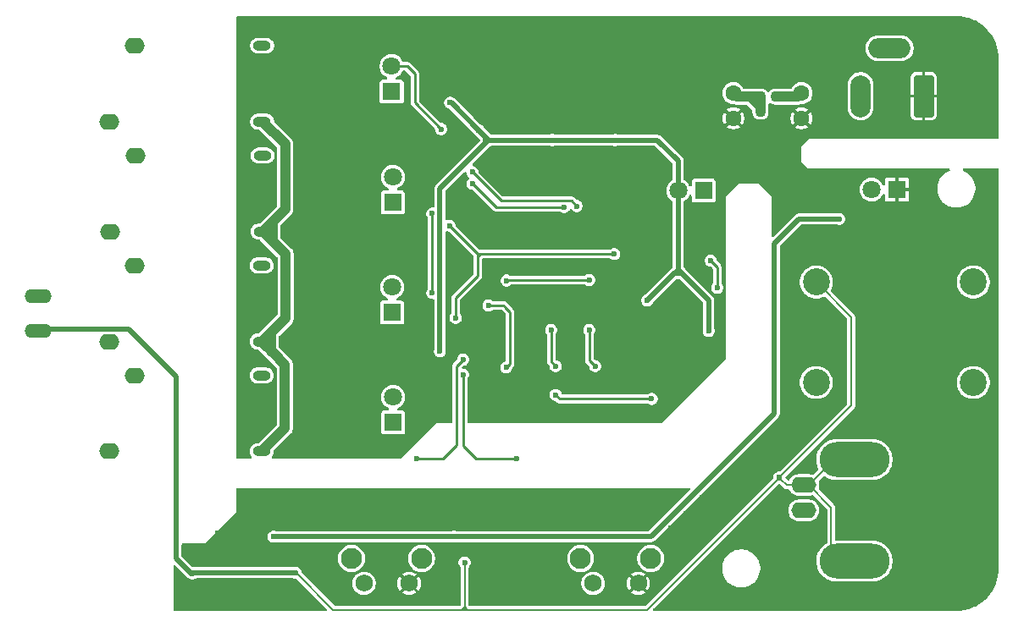
<source format=gbr>
%TF.GenerationSoftware,KiCad,Pcbnew,9.0.4-9.0.4-0~ubuntu24.04.1*%
%TF.CreationDate,2025-10-04T12:49:03+02:00*%
%TF.ProjectId,PCB,5043422e-6b69-4636-9164-5f7063625858,rev?*%
%TF.SameCoordinates,Original*%
%TF.FileFunction,Copper,L2,Bot*%
%TF.FilePolarity,Positive*%
%FSLAX46Y46*%
G04 Gerber Fmt 4.6, Leading zero omitted, Abs format (unit mm)*
G04 Created by KiCad (PCBNEW 9.0.4-9.0.4-0~ubuntu24.04.1) date 2025-10-04 12:49:03*
%MOMM*%
%LPD*%
G01*
G04 APERTURE LIST*
G04 Aperture macros list*
%AMRoundRect*
0 Rectangle with rounded corners*
0 $1 Rounding radius*
0 $2 $3 $4 $5 $6 $7 $8 $9 X,Y pos of 4 corners*
0 Add a 4 corners polygon primitive as box body*
4,1,4,$2,$3,$4,$5,$6,$7,$8,$9,$2,$3,0*
0 Add four circle primitives for the rounded corners*
1,1,$1+$1,$2,$3*
1,1,$1+$1,$4,$5*
1,1,$1+$1,$6,$7*
1,1,$1+$1,$8,$9*
0 Add four rect primitives between the rounded corners*
20,1,$1+$1,$2,$3,$4,$5,0*
20,1,$1+$1,$4,$5,$6,$7,0*
20,1,$1+$1,$6,$7,$8,$9,0*
20,1,$1+$1,$8,$9,$2,$3,0*%
G04 Aperture macros list end*
%TA.AperFunction,ComponentPad*%
%ADD10O,2.500000X1.600000*%
%TD*%
%TA.AperFunction,ComponentPad*%
%ADD11O,7.000000X3.500000*%
%TD*%
%TA.AperFunction,ComponentPad*%
%ADD12O,1.800000X1.000000*%
%TD*%
%TA.AperFunction,ComponentPad*%
%ADD13O,2.000000X1.600000*%
%TD*%
%TA.AperFunction,ComponentPad*%
%ADD14C,2.700000*%
%TD*%
%TA.AperFunction,ComponentPad*%
%ADD15C,1.600000*%
%TD*%
%TA.AperFunction,ComponentPad*%
%ADD16C,2.100000*%
%TD*%
%TA.AperFunction,ComponentPad*%
%ADD17C,1.750000*%
%TD*%
%TA.AperFunction,ComponentPad*%
%ADD18R,1.800000X1.800000*%
%TD*%
%TA.AperFunction,ComponentPad*%
%ADD19C,1.800000*%
%TD*%
%TA.AperFunction,ComponentPad*%
%ADD20O,2.716000X1.358000*%
%TD*%
%TA.AperFunction,ComponentPad*%
%ADD21O,2.000000X4.200000*%
%TD*%
%TA.AperFunction,ComponentPad*%
%ADD22RoundRect,0.250000X0.750000X-1.850000X0.750000X1.850000X-0.750000X1.850000X-0.750000X-1.850000X0*%
%TD*%
%TA.AperFunction,ComponentPad*%
%ADD23O,4.200000X2.000000*%
%TD*%
%TA.AperFunction,SMDPad,CuDef*%
%ADD24RoundRect,0.225000X-0.225000X-0.250000X0.225000X-0.250000X0.225000X0.250000X-0.225000X0.250000X0*%
%TD*%
%TA.AperFunction,SMDPad,CuDef*%
%ADD25RoundRect,0.218750X0.218750X0.256250X-0.218750X0.256250X-0.218750X-0.256250X0.218750X-0.256250X0*%
%TD*%
%TA.AperFunction,ViaPad*%
%ADD26C,0.600000*%
%TD*%
%TA.AperFunction,Conductor*%
%ADD27C,0.200000*%
%TD*%
%TA.AperFunction,Conductor*%
%ADD28C,1.000000*%
%TD*%
%TA.AperFunction,Conductor*%
%ADD29C,0.500000*%
%TD*%
%TA.AperFunction,Conductor*%
%ADD30C,0.250000*%
%TD*%
G04 APERTURE END LIST*
D10*
%TO.P,J104,1,In*%
%TO.N,Net-(J104-In)*%
X203240000Y-113700000D03*
D11*
%TO.P,J104,2,Ext*%
%TO.N,GNDA*%
X208320000Y-108620000D03*
D10*
X203240000Y-111160000D03*
D11*
X208320000Y-118780000D03*
%TD*%
D12*
%TO.P,U104,1*%
%TO.N,+5V*%
X149050000Y-96800000D03*
%TO.P,U104,2*%
%TO.N,Net-(D103-A)*%
X149050000Y-89200000D03*
D13*
%TO.P,U104,3*%
%TO.N,Net-(R107-Pad1)*%
X136350000Y-89200000D03*
%TO.P,U104,4*%
%TO.N,/CURR_OUT*%
X133810000Y-96800000D03*
%TD*%
D12*
%TO.P,U105,1*%
%TO.N,+5V*%
X149050000Y-107800000D03*
%TO.P,U105,2*%
%TO.N,Net-(D104-A)*%
X149050000Y-100200000D03*
D13*
%TO.P,U105,3*%
%TO.N,Net-(R108-Pad1)*%
X136350000Y-100200000D03*
%TO.P,U105,4*%
%TO.N,/CURR_OUT*%
X133810000Y-107800000D03*
%TD*%
D14*
%TO.P,J103,1,Pin_1*%
%TO.N,GNDA*%
X204500000Y-90850000D03*
%TO.N,N/C*%
X220200000Y-90850000D03*
%TD*%
D15*
%TO.P,C405,1*%
%TO.N,+12V*%
X196200000Y-71950000D03*
%TO.P,C405,2*%
%TO.N,GND*%
X196200000Y-74450000D03*
%TD*%
D12*
%TO.P,U103,1*%
%TO.N,+5V*%
X149150000Y-85800914D03*
%TO.P,U103,2*%
%TO.N,Net-(D102-A)*%
X149150000Y-78200914D03*
D13*
%TO.P,U103,3*%
%TO.N,Net-(R106-Pad1)*%
X136450000Y-78200914D03*
%TO.P,U103,4*%
%TO.N,/CURR_OUT*%
X133910000Y-85800914D03*
%TD*%
D16*
%TO.P,SW101,*%
%TO.N,*%
X187950000Y-118510000D03*
X180940000Y-118510000D03*
D17*
%TO.P,SW101,1,1*%
%TO.N,GND*%
X186700000Y-121000000D03*
%TO.P,SW101,2,2*%
%TO.N,/range_selector/RNG+*%
X182200000Y-121000000D03*
%TD*%
D18*
%TO.P,D201,1,K*%
%TO.N,Net-(D201-K)*%
X162198428Y-104899086D03*
D19*
%TO.P,D201,2,A*%
%TO.N,/range_selector/R4*%
X162198428Y-102359086D03*
%TD*%
D18*
%TO.P,D401,1,K*%
%TO.N,GND*%
X212570000Y-81600000D03*
D19*
%TO.P,D401,2,A*%
%TO.N,Net-(D401-A)*%
X210030000Y-81600000D03*
%TD*%
D12*
%TO.P,U102,1*%
%TO.N,+5V*%
X149101572Y-74800914D03*
%TO.P,U102,2*%
%TO.N,Net-(D101-A)*%
X149101572Y-67200914D03*
D13*
%TO.P,U102,3*%
%TO.N,Net-(R105-Pad1)*%
X136401572Y-67200914D03*
%TO.P,U102,4*%
%TO.N,/CURR_OUT*%
X133861572Y-74800914D03*
%TD*%
D18*
%TO.P,D303,1,K*%
%TO.N,Net-(D303-K)*%
X193240000Y-81700000D03*
D19*
%TO.P,D303,2,A*%
%TO.N,+5V*%
X190700000Y-81700000D03*
%TD*%
D20*
%TO.P,J101,1,Pin_1*%
%TO.N,/CURR_OUT*%
X126700000Y-92250000D03*
%TO.P,J101,2,Pin_2*%
%TO.N,GNDA*%
X126700000Y-95750000D03*
%TD*%
D18*
%TO.P,D203,1,K*%
%TO.N,Net-(D203-K)*%
X162168428Y-82885000D03*
D19*
%TO.P,D203,2,A*%
%TO.N,/range_selector/R2*%
X162168428Y-80345000D03*
%TD*%
D15*
%TO.P,C402,1*%
%TO.N,Net-(Q401-S)*%
X203035000Y-71952500D03*
%TO.P,C402,2*%
%TO.N,GND*%
X203035000Y-74452500D03*
%TD*%
D21*
%TO.P,J401,1*%
%TO.N,Net-(Q401-D)*%
X208935000Y-72250000D03*
D22*
%TO.P,J401,2*%
%TO.N,GND*%
X215235000Y-72250000D03*
D23*
%TO.P,J401,3*%
%TO.N,unconnected-(J401-Pad3)*%
X211835000Y-67450000D03*
%TD*%
D16*
%TO.P,SW102,*%
%TO.N,*%
X165050000Y-118510000D03*
X158040000Y-118510000D03*
D17*
%TO.P,SW102,1,1*%
%TO.N,GND*%
X163800000Y-121000000D03*
%TO.P,SW102,2,2*%
%TO.N,/range_selector/RNG-*%
X159300000Y-121000000D03*
%TD*%
D18*
%TO.P,D202,1,K*%
%TO.N,Net-(D202-K)*%
X162098428Y-93899086D03*
D19*
%TO.P,D202,2,A*%
%TO.N,/range_selector/R3*%
X162098428Y-91359086D03*
%TD*%
D18*
%TO.P,D204,1,K*%
%TO.N,Net-(D204-K)*%
X162050000Y-71800000D03*
D19*
%TO.P,D204,2,A*%
%TO.N,/range_selector/R1*%
X162050000Y-69260000D03*
%TD*%
D14*
%TO.P,J102,1,Pin_1*%
%TO.N,Net-(J102-Pin_1)*%
X204500000Y-100900000D03*
%TO.N,N/C*%
X220200000Y-100900000D03*
%TD*%
D24*
%TO.P,C404,1*%
%TO.N,+12V*%
X198925000Y-73800000D03*
%TO.P,C404,2*%
%TO.N,GND*%
X200475000Y-73800000D03*
%TD*%
D25*
%TO.P,FB401,1*%
%TO.N,Net-(Q401-S)*%
X200487500Y-72300000D03*
%TO.P,FB401,2*%
%TO.N,+12V*%
X198912500Y-72300000D03*
%TD*%
D26*
%TO.N,GND*%
X162800000Y-107900000D03*
X166200000Y-104300000D03*
X194800000Y-98300000D03*
X188600000Y-104200000D03*
X147000000Y-112000000D03*
X208000000Y-105500000D03*
X201200000Y-105400000D03*
X142900000Y-121300000D03*
%TO.N,GNDA*%
X200800000Y-110400000D03*
%TO.N,+5V*%
X187600000Y-92700000D03*
X170750000Y-75650000D03*
X166875000Y-97800000D03*
X193750000Y-95750000D03*
X184400000Y-76650000D03*
X167900000Y-72900000D03*
X178100000Y-76650000D03*
%TO.N,GND*%
X206800000Y-83000000D03*
X163450000Y-73850000D03*
X154750000Y-121150000D03*
X200900000Y-79100000D03*
X184500000Y-65500000D03*
X147500000Y-87500000D03*
X183050000Y-96350000D03*
X174200000Y-88900000D03*
X178100000Y-85500000D03*
X184600000Y-74900000D03*
X200431250Y-82400000D03*
X179000000Y-65500000D03*
X187000000Y-85400000D03*
X171100000Y-114950000D03*
X205483316Y-82689728D03*
X207000000Y-99000000D03*
X182600000Y-115300000D03*
X175550000Y-115350000D03*
X191900000Y-97400000D03*
X166800000Y-117350000D03*
X168000000Y-65500000D03*
X207000000Y-95000000D03*
X143050000Y-119050000D03*
X191250000Y-93050000D03*
X170194909Y-104011626D03*
X202300000Y-67000000D03*
X196000000Y-122500000D03*
X218000000Y-122500000D03*
X161950000Y-112200000D03*
X192900000Y-87000000D03*
X143050000Y-118350000D03*
X157700000Y-105900000D03*
X169200000Y-75600000D03*
X169200000Y-97100000D03*
X201500000Y-88500000D03*
X143750000Y-119050000D03*
X163700000Y-84950000D03*
X217500000Y-65500000D03*
X173700000Y-80200000D03*
X157700000Y-72900000D03*
X209000000Y-103000000D03*
X179500000Y-115350000D03*
X177600000Y-104300000D03*
X147500000Y-76500000D03*
X201100000Y-73800000D03*
X174200000Y-87200000D03*
X155650000Y-67400000D03*
X201500000Y-90500000D03*
X155700000Y-78400000D03*
X179500000Y-111850000D03*
X206500000Y-65500000D03*
X167800000Y-87100000D03*
X157000000Y-65500000D03*
X164000000Y-113800000D03*
X155300000Y-119950000D03*
X143750000Y-118350000D03*
X177350000Y-111850000D03*
X180500000Y-91900000D03*
X195500000Y-65500000D03*
X156150000Y-115250000D03*
X169200000Y-82200000D03*
X183200000Y-104300000D03*
X177500000Y-89200000D03*
X190650000Y-112400000D03*
X212500000Y-122500000D03*
X140800000Y-123200000D03*
X174500000Y-104100000D03*
X161950000Y-113800000D03*
X147500000Y-104000000D03*
X157700000Y-94900000D03*
X187000000Y-78100000D03*
X199200000Y-76400000D03*
X147500000Y-98500000D03*
X173500000Y-65500000D03*
X187595975Y-115500000D03*
X152700000Y-121150000D03*
X167505091Y-101988374D03*
X177350000Y-117400000D03*
X157700000Y-83900000D03*
X221000000Y-93500000D03*
X179100000Y-74900000D03*
X190950000Y-69450000D03*
X144700000Y-115950000D03*
X172950000Y-97300000D03*
X189045975Y-114000000D03*
X199500000Y-115500000D03*
X166300000Y-77600000D03*
X170200000Y-102000000D03*
X197700000Y-69600000D03*
X212000000Y-65500000D03*
X152550000Y-113250000D03*
X179500000Y-113600000D03*
X167500000Y-104000000D03*
X202231250Y-81400000D03*
X182300000Y-87050000D03*
X164000000Y-115300000D03*
X171100000Y-117850000D03*
X162500000Y-65500000D03*
X156150000Y-117300000D03*
X163500000Y-95900000D03*
X192450000Y-69450000D03*
X190000000Y-65500000D03*
X207000000Y-122500000D03*
X190100000Y-74900000D03*
X188500000Y-87000000D03*
X187600000Y-97400000D03*
X147500000Y-82000000D03*
X209000000Y-95000000D03*
X163700000Y-106800000D03*
X168650000Y-121550000D03*
X155800000Y-122200000D03*
X221000000Y-98000000D03*
X165400000Y-86400000D03*
X189000000Y-71750000D03*
X142150000Y-121300000D03*
X191450000Y-114000000D03*
X179500000Y-117400000D03*
X180000000Y-80000000D03*
X185700000Y-78100000D03*
X171000000Y-121550000D03*
X164000000Y-112200000D03*
X147500000Y-93000000D03*
X161950000Y-115300000D03*
X207000000Y-103000000D03*
X221000000Y-120000000D03*
X155650000Y-100400000D03*
X166800000Y-115300000D03*
X153750000Y-122200000D03*
X147500000Y-71000000D03*
X191500000Y-96300000D03*
X180550000Y-96300000D03*
X221000000Y-114500000D03*
X151500000Y-65500000D03*
X209000000Y-99000000D03*
X221000000Y-109000000D03*
X201500000Y-122500000D03*
X221000000Y-88000000D03*
X221000000Y-74000000D03*
X179949487Y-78003495D03*
X221000000Y-68500000D03*
X191500000Y-73000000D03*
X151650000Y-118700000D03*
X202281250Y-83400000D03*
X169500000Y-117400000D03*
X190000000Y-115500000D03*
X189010000Y-70950000D03*
X193054025Y-112400000D03*
X175550000Y-117400000D03*
X188700000Y-69050000D03*
X177350000Y-113600000D03*
X200400000Y-77600000D03*
X177350000Y-115350000D03*
X173600000Y-74900000D03*
X183800000Y-90800000D03*
X221000000Y-103500000D03*
X201000000Y-65500000D03*
X182600000Y-117300000D03*
X187000000Y-90600000D03*
X155600000Y-89350000D03*
%TO.N,GNDA*%
X152450000Y-119950000D03*
X142150000Y-120000000D03*
X169350000Y-118900000D03*
%TO.N,+5VA*%
X150250000Y-116326467D03*
X168273528Y-116326467D03*
X206781250Y-84550000D03*
%TO.N,/range_selector/CT_MSB*%
X170150000Y-81000000D03*
X179300000Y-83350000D03*
%TO.N,/range_selector/CT_LSB*%
X170115687Y-79834313D03*
X180550000Y-83250000D03*
%TO.N,Net-(D301-K)*%
X178000000Y-95650000D03*
X178450000Y-99275000D03*
%TO.N,/overrange_detecor/OR_OUT*%
X193950000Y-88700000D03*
X194603799Y-91418276D03*
%TO.N,Net-(C203-Pad1)*%
X171722775Y-93200070D03*
X173500000Y-99400000D03*
%TO.N,/range_selector/R1*%
X167000000Y-75550000D03*
%TO.N,Net-(D302-K)*%
X181800000Y-95650000D03*
X182400000Y-99275000D03*
%TO.N,/range_selector/RNG-*%
X169200000Y-98612500D03*
X164600000Y-108550000D03*
%TO.N,/range_selector/RNG+*%
X169200000Y-100112500D03*
X174550000Y-108550000D03*
%TO.N,Net-(U202-~{1Y0})*%
X181800000Y-90650000D03*
X173550000Y-90700000D03*
%TO.N,Net-(U202-~{1Y3})*%
X167850000Y-85224743D03*
X184300000Y-88050000D03*
X168450000Y-94450000D03*
%TO.N,Net-(U202-~{1Y2})*%
X166125000Y-84000000D03*
X166125000Y-91950000D03*
%TO.N,/overrange_detecor/+OR*%
X178450000Y-102150000D03*
X188050000Y-102550000D03*
%TD*%
D27*
%TO.N,GNDA*%
X203240000Y-111160000D02*
X203760000Y-111160000D01*
X203760000Y-111160000D02*
X206000000Y-113400000D01*
X206000000Y-113400000D02*
X206000000Y-117600000D01*
X206000000Y-117600000D02*
X207180000Y-118780000D01*
X207180000Y-118780000D02*
X208320000Y-118780000D01*
X203240000Y-111160000D02*
X203740000Y-111160000D01*
X203740000Y-111160000D02*
X206280000Y-108620000D01*
X206280000Y-108620000D02*
X208320000Y-108620000D01*
X200600000Y-110600000D02*
X200800000Y-110400000D01*
X201000000Y-110600000D02*
X200800000Y-110400000D01*
X187551000Y-123649000D02*
X200600000Y-110600000D01*
X201000000Y-110600000D02*
X200600000Y-110600000D01*
X201000000Y-110600000D02*
X201000000Y-110200000D01*
X201150000Y-110050000D02*
X201000000Y-110200000D01*
X201000000Y-110600000D02*
X201560000Y-111160000D01*
X201560000Y-111160000D02*
X203240000Y-111160000D01*
X201150000Y-110050000D02*
X208000000Y-103200000D01*
X169650000Y-123649000D02*
X187551000Y-123649000D01*
X200800000Y-110400000D02*
X201150000Y-110050000D01*
X208000000Y-103200000D02*
X208000000Y-94350000D01*
X208000000Y-94350000D02*
X204500000Y-90850000D01*
D28*
%TO.N,+12V*%
X198925000Y-73800000D02*
X198925000Y-73325000D01*
X198912500Y-72300000D02*
X197900000Y-72300000D01*
X198925000Y-73325000D02*
X197900000Y-72300000D01*
X198925000Y-73800000D02*
X198925000Y-72312500D01*
X197900000Y-72300000D02*
X196550000Y-72300000D01*
X198925000Y-72312500D02*
X198912500Y-72300000D01*
X196550000Y-72300000D02*
X196200000Y-71950000D01*
D29*
%TO.N,+5V*%
X190700000Y-78750000D02*
X190700000Y-80600000D01*
X178100000Y-76650000D02*
X184400000Y-76650000D01*
D28*
X150500457Y-84450457D02*
X149150000Y-85800914D01*
X149100000Y-96800000D02*
X149050000Y-96800000D01*
X150126328Y-86726328D02*
X150775000Y-87375000D01*
X149200914Y-85800914D02*
X150775000Y-87375000D01*
D29*
X193750000Y-92650000D02*
X193750000Y-95750000D01*
X170750000Y-75650000D02*
X171325000Y-76225000D01*
D28*
X150775000Y-87375000D02*
X151450000Y-88050000D01*
D29*
X171450000Y-76350000D02*
X171450000Y-76950000D01*
X171350000Y-77050000D02*
X171750000Y-76650000D01*
X171325000Y-76225000D02*
X171750000Y-76650000D01*
X168000000Y-72900000D02*
X170750000Y-75650000D01*
D28*
X151400000Y-83550914D02*
X150500457Y-84450457D01*
D29*
X171750000Y-76650000D02*
X178100000Y-76650000D01*
D28*
X149050000Y-96800000D02*
X150225000Y-97975000D01*
X151450000Y-94450000D02*
X150475000Y-95425000D01*
D29*
X171325000Y-76225000D02*
X171450000Y-76350000D01*
X190700000Y-89600000D02*
X190300000Y-90000000D01*
D28*
X149979175Y-97729175D02*
X150225000Y-97975000D01*
D29*
X190700000Y-80600000D02*
X190700000Y-89600000D01*
X167900000Y-72900000D02*
X168000000Y-72900000D01*
X190700000Y-89600000D02*
X191100000Y-90000000D01*
D28*
X151368471Y-105481529D02*
X149050000Y-107800000D01*
D29*
X166875000Y-97800000D02*
X166875000Y-81525000D01*
X184400000Y-76650000D02*
X188600000Y-76650000D01*
D28*
X151368471Y-99118471D02*
X151368471Y-105481529D01*
D29*
X191100000Y-90000000D02*
X193750000Y-92650000D01*
X188600000Y-76650000D02*
X190700000Y-78750000D01*
D28*
X150126328Y-84824586D02*
X150126328Y-86726328D01*
D29*
X171450000Y-76950000D02*
X171350000Y-77050000D01*
D28*
X149150000Y-85800914D02*
X149200914Y-85800914D01*
D29*
X190300000Y-90000000D02*
X191100000Y-90000000D01*
D28*
X150475000Y-95425000D02*
X149979175Y-95920825D01*
X149979175Y-95920825D02*
X149979175Y-97729175D01*
D29*
X166875000Y-81525000D02*
X171350000Y-77050000D01*
D28*
X150500457Y-84450457D02*
X150126328Y-84824586D01*
X151400000Y-77050000D02*
X151400000Y-83550914D01*
D29*
X190300000Y-90000000D02*
X187600000Y-92700000D01*
D28*
X149150914Y-74800914D02*
X151400000Y-77050000D01*
X150475000Y-95425000D02*
X149100000Y-96800000D01*
X151450000Y-88050000D02*
X151450000Y-94450000D01*
X150225000Y-97975000D02*
X151368471Y-99118471D01*
X149101572Y-74800914D02*
X149150914Y-74800914D01*
%TO.N,Net-(Q401-S)*%
X202687500Y-72300000D02*
X203035000Y-71952500D01*
X200487500Y-72300000D02*
X202687500Y-72300000D01*
D27*
%TO.N,GNDA*%
X152450000Y-119950000D02*
X152500000Y-119950000D01*
X169350000Y-123349000D02*
X169650000Y-123649000D01*
D29*
X142000000Y-120000000D02*
X142150000Y-120000000D01*
D27*
X169350000Y-118900000D02*
X169350000Y-123300000D01*
X169350000Y-123349000D02*
X169050000Y-123649000D01*
D29*
X126901000Y-95549000D02*
X135749000Y-95549000D01*
D27*
X169350000Y-123649000D02*
X169650000Y-123649000D01*
D29*
X126700000Y-95750000D02*
X126901000Y-95549000D01*
D27*
X169350000Y-123300000D02*
X169350000Y-123649000D01*
D29*
X135749000Y-95549000D02*
X140500000Y-100300000D01*
D27*
X152500000Y-119950000D02*
X156199000Y-123649000D01*
X169050000Y-123649000D02*
X169350000Y-123649000D01*
D29*
X142200000Y-119950000D02*
X142150000Y-120000000D01*
D27*
X169350000Y-123300000D02*
X169350000Y-123349000D01*
D29*
X152450000Y-119950000D02*
X142850000Y-119950000D01*
X142850000Y-119950000D02*
X142200000Y-119950000D01*
X140500000Y-118500000D02*
X142000000Y-120000000D01*
D27*
X156199000Y-123649000D02*
X169050000Y-123649000D01*
D29*
X140500000Y-100300000D02*
X140500000Y-118500000D01*
%TO.N,+5VA*%
X202750000Y-84550000D02*
X200300000Y-87000000D01*
X200300000Y-87000000D02*
X200300000Y-104000000D01*
X187973533Y-116326467D02*
X168273528Y-116326467D01*
X200300000Y-104000000D02*
X187973533Y-116326467D01*
X206781250Y-84550000D02*
X202750000Y-84550000D01*
X150250000Y-116326467D02*
X168273528Y-116326467D01*
D30*
%TO.N,/range_selector/CT_MSB*%
X170150000Y-81000000D02*
X172500000Y-83350000D01*
X172500000Y-83350000D02*
X179300000Y-83350000D01*
%TO.N,/range_selector/CT_LSB*%
X180024000Y-82724000D02*
X180550000Y-83250000D01*
X170115687Y-79834313D02*
X173005374Y-82724000D01*
X173005374Y-82724000D02*
X180024000Y-82724000D01*
%TO.N,Net-(D301-K)*%
X178000000Y-95650000D02*
X178000000Y-98825000D01*
X178000000Y-98825000D02*
X178450000Y-99275000D01*
%TO.N,/overrange_detecor/OR_OUT*%
X194600000Y-89350000D02*
X193950000Y-88700000D01*
X194600000Y-91414477D02*
X194600000Y-89350000D01*
X194603799Y-91418276D02*
X194600000Y-91414477D01*
%TO.N,Net-(C203-Pad1)*%
X173500000Y-99400000D02*
X173900000Y-99000000D01*
X173900000Y-99000000D02*
X173900000Y-95550000D01*
X173900000Y-93850000D02*
X173400000Y-93350000D01*
X173250070Y-93200070D02*
X171722775Y-93200070D01*
X173400000Y-93350000D02*
X173250070Y-93200070D01*
X173900000Y-95550000D02*
X173900000Y-93850000D01*
%TO.N,/range_selector/R1*%
X167000000Y-75550000D02*
X164350000Y-72900000D01*
X163610000Y-69260000D02*
X162050000Y-69260000D01*
X164350000Y-72900000D02*
X164350000Y-70000000D01*
X164350000Y-70000000D02*
X163610000Y-69260000D01*
%TO.N,Net-(D302-K)*%
X181800000Y-98675000D02*
X182400000Y-99275000D01*
X181800000Y-95650000D02*
X181800000Y-98675000D01*
%TO.N,/range_selector/RNG-*%
X169200000Y-98612500D02*
X168500000Y-99312500D01*
X168500000Y-107200000D02*
X167150000Y-108550000D01*
X168500000Y-99312500D02*
X168500000Y-107200000D01*
X167150000Y-108550000D02*
X164600000Y-108550000D01*
%TO.N,/range_selector/RNG+*%
X170500000Y-108550000D02*
X169200000Y-107250000D01*
X169200000Y-107250000D02*
X169200000Y-100112500D01*
X174550000Y-108550000D02*
X170500000Y-108550000D01*
%TO.N,Net-(U202-~{1Y0})*%
X173550000Y-90700000D02*
X173600000Y-90650000D01*
X173600000Y-90650000D02*
X181800000Y-90650000D01*
%TO.N,Net-(U202-~{1Y3})*%
X170675257Y-90224743D02*
X168450000Y-92450000D01*
X168450000Y-92450000D02*
X168450000Y-94450000D01*
X167850000Y-85224743D02*
X170675257Y-88050000D01*
X170675257Y-88400000D02*
X170675257Y-88324743D01*
X170675257Y-88050000D02*
X170675257Y-88400000D01*
X170950000Y-88050000D02*
X184300000Y-88050000D01*
X170675257Y-88324743D02*
X170950000Y-88050000D01*
X170675257Y-88400000D02*
X170675257Y-90224743D01*
X170675257Y-88050000D02*
X170950000Y-88050000D01*
%TO.N,Net-(U202-~{1Y2})*%
X166125000Y-84000000D02*
X166125000Y-91950000D01*
%TO.N,/overrange_detecor/+OR*%
X178850000Y-102550000D02*
X178450000Y-102150000D01*
X188050000Y-102550000D02*
X178850000Y-102550000D01*
%TD*%
%TA.AperFunction,Conductor*%
%TO.N,GND*%
G36*
X218502855Y-64250632D02*
G01*
X218886377Y-64268363D01*
X218897767Y-64269419D01*
X219275176Y-64322065D01*
X219286420Y-64324167D01*
X219657360Y-64411411D01*
X219668350Y-64414538D01*
X220029678Y-64535643D01*
X220040332Y-64539771D01*
X220388930Y-64693692D01*
X220399157Y-64698784D01*
X220658518Y-64843247D01*
X220732060Y-64884210D01*
X220741798Y-64890239D01*
X221056171Y-65105589D01*
X221065308Y-65112490D01*
X221358459Y-65355919D01*
X221366923Y-65363635D01*
X221636364Y-65633076D01*
X221644080Y-65641540D01*
X221887507Y-65934688D01*
X221894410Y-65943828D01*
X222109760Y-66258201D01*
X222115789Y-66267939D01*
X222301208Y-66600829D01*
X222306311Y-66611078D01*
X222399328Y-66821741D01*
X222460223Y-66959654D01*
X222464361Y-66970334D01*
X222585457Y-67331636D01*
X222588591Y-67342652D01*
X222675830Y-67713571D01*
X222677935Y-67724830D01*
X222730579Y-68102225D01*
X222731636Y-68113629D01*
X222749368Y-68497144D01*
X222749500Y-68502871D01*
X222749500Y-76376000D01*
X222729815Y-76443039D01*
X222677011Y-76488794D01*
X222625500Y-76500000D01*
X203800000Y-76500000D01*
X194250000Y-76500000D01*
X198750000Y-81000000D01*
X196750000Y-81000000D01*
X196749999Y-81000000D01*
X195500000Y-82249999D01*
X195500000Y-98448638D01*
X195480315Y-98515677D01*
X195463681Y-98536319D01*
X189036319Y-104963681D01*
X188974996Y-104997166D01*
X188948638Y-105000000D01*
X169749500Y-105000000D01*
X169682461Y-104980315D01*
X169636706Y-104927511D01*
X169625500Y-104876000D01*
X169625500Y-102070943D01*
X177849500Y-102070943D01*
X177849500Y-102229057D01*
X177871627Y-102311634D01*
X177890423Y-102381783D01*
X177890426Y-102381790D01*
X177969475Y-102518709D01*
X177969479Y-102518714D01*
X177969480Y-102518716D01*
X178081284Y-102630520D01*
X178081286Y-102630521D01*
X178081290Y-102630524D01*
X178098057Y-102640204D01*
X178218216Y-102709577D01*
X178370943Y-102750500D01*
X178397390Y-102750500D01*
X178422218Y-102757790D01*
X178447862Y-102761237D01*
X178458228Y-102768364D01*
X178464429Y-102770185D01*
X178477728Y-102780044D01*
X178481528Y-102783276D01*
X178509515Y-102811263D01*
X178588737Y-102890485D01*
X178637635Y-102918716D01*
X178647394Y-102924350D01*
X178647396Y-102924352D01*
X178685757Y-102946500D01*
X178685758Y-102946501D01*
X178685760Y-102946501D01*
X178685763Y-102946503D01*
X178793981Y-102975500D01*
X178793982Y-102975500D01*
X187574902Y-102975500D01*
X187641941Y-102995185D01*
X187662583Y-103011819D01*
X187681284Y-103030520D01*
X187681286Y-103030521D01*
X187681290Y-103030524D01*
X187818209Y-103109573D01*
X187818216Y-103109577D01*
X187970943Y-103150500D01*
X187970945Y-103150500D01*
X188129055Y-103150500D01*
X188129057Y-103150500D01*
X188281784Y-103109577D01*
X188418716Y-103030520D01*
X188530520Y-102918716D01*
X188609577Y-102781784D01*
X188650500Y-102629057D01*
X188650500Y-102470943D01*
X188609577Y-102318216D01*
X188578625Y-102264605D01*
X188530524Y-102181290D01*
X188530518Y-102181282D01*
X188418717Y-102069481D01*
X188418709Y-102069475D01*
X188281790Y-101990426D01*
X188281786Y-101990424D01*
X188281784Y-101990423D01*
X188129057Y-101949500D01*
X187970943Y-101949500D01*
X187818216Y-101990423D01*
X187818209Y-101990426D01*
X187681290Y-102069475D01*
X187681282Y-102069481D01*
X187662583Y-102088181D01*
X187601260Y-102121666D01*
X187574902Y-102124500D01*
X179159999Y-102124500D01*
X179092960Y-102104815D01*
X179047205Y-102052011D01*
X179040224Y-102032594D01*
X179009577Y-101918216D01*
X178998049Y-101898249D01*
X178930524Y-101781290D01*
X178930518Y-101781282D01*
X178818717Y-101669481D01*
X178818709Y-101669475D01*
X178681790Y-101590426D01*
X178681786Y-101590424D01*
X178681784Y-101590423D01*
X178529057Y-101549500D01*
X178370943Y-101549500D01*
X178218216Y-101590423D01*
X178218209Y-101590426D01*
X178081290Y-101669475D01*
X178081282Y-101669481D01*
X177969481Y-101781282D01*
X177969475Y-101781290D01*
X177890426Y-101918209D01*
X177890424Y-101918214D01*
X177890423Y-101918216D01*
X177849500Y-102070943D01*
X169625500Y-102070943D01*
X169625500Y-100587598D01*
X169645185Y-100520559D01*
X169661819Y-100499917D01*
X169680520Y-100481216D01*
X169759577Y-100344284D01*
X169800500Y-100191557D01*
X169800500Y-100033443D01*
X169759577Y-99880716D01*
X169732939Y-99834577D01*
X169680524Y-99743790D01*
X169680518Y-99743782D01*
X169568717Y-99631981D01*
X169568709Y-99631975D01*
X169431790Y-99552926D01*
X169431786Y-99552924D01*
X169431784Y-99552923D01*
X169279057Y-99512000D01*
X169201610Y-99512000D01*
X169180364Y-99505761D01*
X169158276Y-99504182D01*
X169147492Y-99496109D01*
X169134571Y-99492315D01*
X169120071Y-99475581D01*
X169102343Y-99462310D01*
X169097635Y-99449689D01*
X169088816Y-99439511D01*
X169085664Y-99417593D01*
X169077926Y-99396846D01*
X169080788Y-99383685D01*
X169078872Y-99370353D01*
X169088071Y-99350209D01*
X169092778Y-99328573D01*
X169106046Y-99310847D01*
X169107897Y-99306797D01*
X169113929Y-99300319D01*
X169164929Y-99249319D01*
X169226252Y-99215834D01*
X169252610Y-99213000D01*
X169279055Y-99213000D01*
X169279057Y-99213000D01*
X169431784Y-99172077D01*
X169568716Y-99093020D01*
X169680520Y-98981216D01*
X169759577Y-98844284D01*
X169800500Y-98691557D01*
X169800500Y-98533443D01*
X169759577Y-98380716D01*
X169701732Y-98280524D01*
X169680524Y-98243790D01*
X169680518Y-98243782D01*
X169568717Y-98131981D01*
X169568709Y-98131975D01*
X169431790Y-98052926D01*
X169431786Y-98052924D01*
X169431784Y-98052923D01*
X169279057Y-98012000D01*
X169120943Y-98012000D01*
X168968216Y-98052923D01*
X168968209Y-98052926D01*
X168831290Y-98131975D01*
X168831282Y-98131981D01*
X168719481Y-98243782D01*
X168719475Y-98243790D01*
X168640426Y-98380709D01*
X168640423Y-98380716D01*
X168599500Y-98533443D01*
X168599500Y-98559890D01*
X168579815Y-98626929D01*
X168563181Y-98647571D01*
X168159517Y-99051234D01*
X168159513Y-99051240D01*
X168103498Y-99148260D01*
X168103497Y-99148263D01*
X168074500Y-99256482D01*
X168074500Y-104876000D01*
X168054815Y-104943039D01*
X168002011Y-104988794D01*
X167950500Y-105000000D01*
X166499999Y-105000000D01*
X163036319Y-108463681D01*
X162974996Y-108497166D01*
X162948638Y-108500000D01*
X150177016Y-108500000D01*
X150109977Y-108480315D01*
X150064222Y-108427511D01*
X150054278Y-108358353D01*
X150073914Y-108307109D01*
X150159390Y-108179185D01*
X150159390Y-108179184D01*
X150159394Y-108179179D01*
X150219737Y-108033497D01*
X150250500Y-107878842D01*
X150250500Y-107782940D01*
X150270185Y-107715901D01*
X150286819Y-107695259D01*
X151990257Y-105991821D01*
X151990260Y-105991818D01*
X152077865Y-105860708D01*
X152138208Y-105715026D01*
X152168971Y-105560371D01*
X152168971Y-102264599D01*
X160997928Y-102264599D01*
X160997928Y-102453572D01*
X161027487Y-102640204D01*
X161085882Y-102819922D01*
X161150378Y-102946501D01*
X161171668Y-102988285D01*
X161282738Y-103141159D01*
X161416355Y-103274776D01*
X161569229Y-103385846D01*
X161722814Y-103464101D01*
X161773610Y-103512075D01*
X161790405Y-103579896D01*
X161767868Y-103646031D01*
X161713153Y-103689483D01*
X161666519Y-103698586D01*
X161253571Y-103698586D01*
X161253545Y-103698588D01*
X161228440Y-103701499D01*
X161228436Y-103701501D01*
X161125663Y-103746879D01*
X161046222Y-103826320D01*
X161000843Y-103929092D01*
X161000843Y-103929094D01*
X160997928Y-103954217D01*
X160997928Y-105843942D01*
X160997930Y-105843968D01*
X161000841Y-105869073D01*
X161000843Y-105869077D01*
X161046221Y-105971850D01*
X161046222Y-105971851D01*
X161125663Y-106051292D01*
X161228437Y-106096671D01*
X161253563Y-106099586D01*
X163143292Y-106099585D01*
X163143307Y-106099583D01*
X163143310Y-106099583D01*
X163168415Y-106096672D01*
X163168416Y-106096671D01*
X163168419Y-106096671D01*
X163271193Y-106051292D01*
X163350634Y-105971851D01*
X163396013Y-105869077D01*
X163398928Y-105843951D01*
X163398927Y-103954222D01*
X163398925Y-103954203D01*
X163396014Y-103929098D01*
X163396013Y-103929096D01*
X163396013Y-103929095D01*
X163350634Y-103826321D01*
X163271193Y-103746880D01*
X163271191Y-103746879D01*
X163168420Y-103701501D01*
X163143296Y-103698586D01*
X162730337Y-103698586D01*
X162663298Y-103678901D01*
X162617543Y-103626097D01*
X162607599Y-103556939D01*
X162636624Y-103493383D01*
X162674042Y-103464101D01*
X162827627Y-103385846D01*
X162980501Y-103274776D01*
X163114118Y-103141159D01*
X163225188Y-102988285D01*
X163310975Y-102819918D01*
X163369368Y-102640204D01*
X163370902Y-102630518D01*
X163398928Y-102453572D01*
X163398928Y-102264599D01*
X163369368Y-102077967D01*
X163310973Y-101898249D01*
X163225187Y-101729886D01*
X163114118Y-101577013D01*
X162980501Y-101443396D01*
X162827627Y-101332326D01*
X162659264Y-101246540D01*
X162479546Y-101188145D01*
X162292914Y-101158586D01*
X162292909Y-101158586D01*
X162103947Y-101158586D01*
X162103942Y-101158586D01*
X161917309Y-101188145D01*
X161737591Y-101246540D01*
X161569228Y-101332326D01*
X161482007Y-101395696D01*
X161416355Y-101443396D01*
X161416353Y-101443398D01*
X161416352Y-101443398D01*
X161282740Y-101577010D01*
X161282740Y-101577011D01*
X161282738Y-101577013D01*
X161272995Y-101590423D01*
X161171668Y-101729886D01*
X161085882Y-101898249D01*
X161027487Y-102077967D01*
X160997928Y-102264599D01*
X152168971Y-102264599D01*
X152168971Y-99039629D01*
X152164168Y-99015485D01*
X152138208Y-98884974D01*
X152123514Y-98849500D01*
X152077865Y-98739292D01*
X152077863Y-98739290D01*
X152077863Y-98739288D01*
X151990261Y-98608183D01*
X151941968Y-98559890D01*
X151878760Y-98496682D01*
X150815994Y-97433916D01*
X150782509Y-97372593D01*
X150779675Y-97346235D01*
X150779675Y-96303765D01*
X150799360Y-96236726D01*
X150815994Y-96216084D01*
X152071787Y-94960291D01*
X152071789Y-94960289D01*
X152128443Y-94875500D01*
X152159394Y-94829179D01*
X152219737Y-94683497D01*
X152231472Y-94624500D01*
X152240986Y-94576671D01*
X152250500Y-94528844D01*
X152250500Y-91264599D01*
X160897928Y-91264599D01*
X160897928Y-91453572D01*
X160927487Y-91640204D01*
X160985882Y-91819922D01*
X161011879Y-91870943D01*
X161071668Y-91988285D01*
X161182738Y-92141159D01*
X161316355Y-92274776D01*
X161469229Y-92385846D01*
X161622814Y-92464101D01*
X161673610Y-92512075D01*
X161690405Y-92579896D01*
X161667868Y-92646031D01*
X161613153Y-92689483D01*
X161566519Y-92698586D01*
X161153571Y-92698586D01*
X161153545Y-92698588D01*
X161128440Y-92701499D01*
X161128436Y-92701501D01*
X161025663Y-92746879D01*
X160946222Y-92826320D01*
X160900843Y-92929092D01*
X160900843Y-92929094D01*
X160897928Y-92954217D01*
X160897928Y-94843942D01*
X160897930Y-94843968D01*
X160900841Y-94869073D01*
X160900843Y-94869077D01*
X160946221Y-94971850D01*
X160946222Y-94971851D01*
X161025663Y-95051292D01*
X161128437Y-95096671D01*
X161153563Y-95099586D01*
X163043292Y-95099585D01*
X163043307Y-95099583D01*
X163043310Y-95099583D01*
X163068415Y-95096672D01*
X163068416Y-95096671D01*
X163068419Y-95096671D01*
X163171193Y-95051292D01*
X163250634Y-94971851D01*
X163296013Y-94869077D01*
X163298928Y-94843951D01*
X163298927Y-92954222D01*
X163296325Y-92931783D01*
X163296014Y-92929098D01*
X163296013Y-92929096D01*
X163296013Y-92929095D01*
X163250634Y-92826321D01*
X163171193Y-92746880D01*
X163151650Y-92738251D01*
X163068420Y-92701501D01*
X163043296Y-92698586D01*
X162630337Y-92698586D01*
X162563298Y-92678901D01*
X162517543Y-92626097D01*
X162507599Y-92556939D01*
X162536624Y-92493383D01*
X162574042Y-92464101D01*
X162727627Y-92385846D01*
X162880501Y-92274776D01*
X163014118Y-92141159D01*
X163125188Y-91988285D01*
X163210975Y-91819918D01*
X163269368Y-91640204D01*
X163281662Y-91562583D01*
X163298928Y-91453572D01*
X163298928Y-91264599D01*
X163269368Y-91077967D01*
X163224337Y-90939379D01*
X163210975Y-90898254D01*
X163210973Y-90898251D01*
X163210973Y-90898249D01*
X163125187Y-90729886D01*
X163124584Y-90729056D01*
X163014118Y-90577013D01*
X162880501Y-90443396D01*
X162727627Y-90332326D01*
X162725578Y-90331282D01*
X162559264Y-90246540D01*
X162379546Y-90188145D01*
X162192914Y-90158586D01*
X162192909Y-90158586D01*
X162003947Y-90158586D01*
X162003942Y-90158586D01*
X161817309Y-90188145D01*
X161637591Y-90246540D01*
X161469228Y-90332326D01*
X161391253Y-90388979D01*
X161316355Y-90443396D01*
X161316353Y-90443398D01*
X161316352Y-90443398D01*
X161182740Y-90577010D01*
X161182740Y-90577011D01*
X161182738Y-90577013D01*
X161150821Y-90620943D01*
X161071668Y-90729886D01*
X160985882Y-90898249D01*
X160927487Y-91077967D01*
X160897928Y-91264599D01*
X152250500Y-91264599D01*
X152250500Y-87971156D01*
X152233419Y-87885291D01*
X152233419Y-87885286D01*
X152219738Y-87816509D01*
X152219737Y-87816503D01*
X152208236Y-87788737D01*
X152208235Y-87788734D01*
X152159397Y-87670827D01*
X152159390Y-87670814D01*
X152071790Y-87539712D01*
X152022501Y-87490423D01*
X151960289Y-87428211D01*
X151285289Y-86753211D01*
X150963147Y-86431069D01*
X150929662Y-86369746D01*
X150926828Y-86343388D01*
X150926828Y-85207526D01*
X150935472Y-85178085D01*
X150941996Y-85148099D01*
X150945750Y-85143083D01*
X150946513Y-85140487D01*
X150963147Y-85119845D01*
X152021786Y-84061206D01*
X152021789Y-84061203D01*
X152109394Y-83930093D01*
X152169737Y-83784411D01*
X152200500Y-83629756D01*
X152200500Y-83472072D01*
X152200500Y-80250513D01*
X160967928Y-80250513D01*
X160967928Y-80439486D01*
X160997487Y-80626118D01*
X161055882Y-80805836D01*
X161139937Y-80970801D01*
X161141668Y-80974199D01*
X161252738Y-81127073D01*
X161386355Y-81260690D01*
X161539229Y-81371760D01*
X161692814Y-81450015D01*
X161743610Y-81497989D01*
X161760405Y-81565810D01*
X161737868Y-81631945D01*
X161683153Y-81675397D01*
X161636519Y-81684500D01*
X161223571Y-81684500D01*
X161223545Y-81684502D01*
X161198440Y-81687413D01*
X161198436Y-81687415D01*
X161095663Y-81732793D01*
X161016222Y-81812234D01*
X160970843Y-81915006D01*
X160970843Y-81915008D01*
X160967928Y-81940131D01*
X160967928Y-83829856D01*
X160967930Y-83829882D01*
X160970841Y-83854987D01*
X160970843Y-83854991D01*
X161016221Y-83957764D01*
X161016222Y-83957765D01*
X161095663Y-84037206D01*
X161198437Y-84082585D01*
X161223563Y-84085500D01*
X163113292Y-84085499D01*
X163113307Y-84085497D01*
X163113310Y-84085497D01*
X163138415Y-84082586D01*
X163138416Y-84082585D01*
X163138419Y-84082585D01*
X163241193Y-84037206D01*
X163320634Y-83957765D01*
X163336892Y-83920943D01*
X165524500Y-83920943D01*
X165524500Y-84079057D01*
X165532655Y-84109490D01*
X165565423Y-84231783D01*
X165565426Y-84231790D01*
X165644475Y-84368709D01*
X165644481Y-84368717D01*
X165663181Y-84387417D01*
X165696666Y-84448740D01*
X165699500Y-84475098D01*
X165699500Y-91474902D01*
X165679815Y-91541941D01*
X165663181Y-91562583D01*
X165644481Y-91581282D01*
X165644475Y-91581290D01*
X165565426Y-91718209D01*
X165565423Y-91718216D01*
X165524500Y-91870943D01*
X165524500Y-92029057D01*
X165554341Y-92140423D01*
X165565423Y-92181783D01*
X165565426Y-92181790D01*
X165644475Y-92318709D01*
X165644479Y-92318714D01*
X165644480Y-92318716D01*
X165756284Y-92430520D01*
X165756286Y-92430521D01*
X165756290Y-92430524D01*
X165827494Y-92471633D01*
X165893216Y-92509577D01*
X166045943Y-92550500D01*
X166045945Y-92550500D01*
X166200500Y-92550500D01*
X166267539Y-92570185D01*
X166313294Y-92622989D01*
X166324500Y-92674500D01*
X166324500Y-97521637D01*
X166316834Y-97560179D01*
X166317527Y-97560365D01*
X166315423Y-97568214D01*
X166315423Y-97568216D01*
X166315015Y-97569738D01*
X166274500Y-97720943D01*
X166274500Y-97879056D01*
X166315423Y-98031783D01*
X166315426Y-98031790D01*
X166394475Y-98168709D01*
X166394479Y-98168714D01*
X166394480Y-98168716D01*
X166506284Y-98280520D01*
X166506286Y-98280521D01*
X166506290Y-98280524D01*
X166643209Y-98359573D01*
X166643216Y-98359577D01*
X166795943Y-98400500D01*
X166795945Y-98400500D01*
X166954055Y-98400500D01*
X166954057Y-98400500D01*
X167106784Y-98359577D01*
X167243716Y-98280520D01*
X167355520Y-98168716D01*
X167434577Y-98031784D01*
X167475500Y-97879057D01*
X167475500Y-97720943D01*
X167434577Y-97568216D01*
X167434576Y-97568214D01*
X167432473Y-97560365D01*
X167433165Y-97560179D01*
X167425500Y-97521637D01*
X167425500Y-85887829D01*
X167445185Y-85820790D01*
X167497989Y-85775035D01*
X167567147Y-85765091D01*
X167611501Y-85780443D01*
X167618216Y-85784320D01*
X167770943Y-85825243D01*
X167797390Y-85825243D01*
X167864429Y-85844928D01*
X167885071Y-85861562D01*
X170213438Y-88189929D01*
X170246923Y-88251252D01*
X170249757Y-88277610D01*
X170249757Y-89997133D01*
X170230072Y-90064172D01*
X170213438Y-90084814D01*
X168109517Y-92188734D01*
X168109513Y-92188740D01*
X168053498Y-92285760D01*
X168053497Y-92285763D01*
X168024500Y-92393982D01*
X168024500Y-93974902D01*
X168004815Y-94041941D01*
X167988181Y-94062583D01*
X167969481Y-94081282D01*
X167969475Y-94081290D01*
X167890426Y-94218209D01*
X167890423Y-94218216D01*
X167849500Y-94370943D01*
X167849500Y-94529056D01*
X167890423Y-94681783D01*
X167890426Y-94681790D01*
X167969475Y-94818709D01*
X167969479Y-94818714D01*
X167969480Y-94818716D01*
X168081284Y-94930520D01*
X168081286Y-94930521D01*
X168081290Y-94930524D01*
X168132849Y-94960291D01*
X168218216Y-95009577D01*
X168370943Y-95050500D01*
X168370945Y-95050500D01*
X168529055Y-95050500D01*
X168529057Y-95050500D01*
X168681784Y-95009577D01*
X168818716Y-94930520D01*
X168930520Y-94818716D01*
X169009577Y-94681784D01*
X169050500Y-94529057D01*
X169050500Y-94370943D01*
X169009577Y-94218216D01*
X168972930Y-94154741D01*
X168930524Y-94081290D01*
X168930518Y-94081282D01*
X168911819Y-94062583D01*
X168878334Y-94001260D01*
X168875500Y-93974902D01*
X168875500Y-93121013D01*
X171122275Y-93121013D01*
X171122275Y-93279126D01*
X171163198Y-93431853D01*
X171163201Y-93431860D01*
X171242250Y-93568779D01*
X171242254Y-93568784D01*
X171242255Y-93568786D01*
X171354059Y-93680590D01*
X171354061Y-93680591D01*
X171354065Y-93680594D01*
X171490984Y-93759643D01*
X171490991Y-93759647D01*
X171643718Y-93800570D01*
X171643720Y-93800570D01*
X171801830Y-93800570D01*
X171801832Y-93800570D01*
X171954559Y-93759647D01*
X172091491Y-93680590D01*
X172110192Y-93661889D01*
X172171515Y-93628404D01*
X172197873Y-93625570D01*
X173022460Y-93625570D01*
X173089499Y-93645255D01*
X173110141Y-93661889D01*
X173438181Y-93989929D01*
X173471666Y-94051252D01*
X173474500Y-94077610D01*
X173474500Y-98690001D01*
X173454815Y-98757040D01*
X173402011Y-98802795D01*
X173382598Y-98809774D01*
X173331309Y-98823517D01*
X173268214Y-98840423D01*
X173268209Y-98840426D01*
X173131290Y-98919475D01*
X173131282Y-98919481D01*
X173019481Y-99031282D01*
X173019475Y-99031290D01*
X172940426Y-99168209D01*
X172940423Y-99168216D01*
X172899500Y-99320943D01*
X172899500Y-99479057D01*
X172919293Y-99552923D01*
X172940423Y-99631783D01*
X172940426Y-99631790D01*
X173019475Y-99768709D01*
X173019479Y-99768714D01*
X173019480Y-99768716D01*
X173131284Y-99880520D01*
X173131286Y-99880521D01*
X173131290Y-99880524D01*
X173131623Y-99880716D01*
X173268216Y-99959577D01*
X173420943Y-100000500D01*
X173420945Y-100000500D01*
X173579055Y-100000500D01*
X173579057Y-100000500D01*
X173731784Y-99959577D01*
X173868716Y-99880520D01*
X173980520Y-99768716D01*
X174059577Y-99631784D01*
X174100500Y-99479057D01*
X174100500Y-99452610D01*
X174120185Y-99385571D01*
X174136814Y-99364933D01*
X174240484Y-99261264D01*
X174264897Y-99218981D01*
X174296503Y-99164237D01*
X174313581Y-99100500D01*
X174325500Y-99056019D01*
X174325500Y-98943982D01*
X174325500Y-95570943D01*
X177399500Y-95570943D01*
X177399500Y-95729057D01*
X177426295Y-95829055D01*
X177440423Y-95881783D01*
X177440426Y-95881790D01*
X177519475Y-96018709D01*
X177519481Y-96018717D01*
X177538181Y-96037417D01*
X177571666Y-96098740D01*
X177574500Y-96125098D01*
X177574500Y-98768982D01*
X177574500Y-98881018D01*
X177603497Y-98989237D01*
X177659515Y-99086263D01*
X177659517Y-99086265D01*
X177813181Y-99239929D01*
X177846666Y-99301252D01*
X177849500Y-99327610D01*
X177849500Y-99354057D01*
X177888984Y-99501411D01*
X177890423Y-99506783D01*
X177890426Y-99506790D01*
X177969475Y-99643709D01*
X177969479Y-99643714D01*
X177969480Y-99643716D01*
X178081284Y-99755520D01*
X178081286Y-99755521D01*
X178081290Y-99755524D01*
X178194400Y-99820827D01*
X178218216Y-99834577D01*
X178370943Y-99875500D01*
X178370945Y-99875500D01*
X178529055Y-99875500D01*
X178529057Y-99875500D01*
X178681784Y-99834577D01*
X178818716Y-99755520D01*
X178930520Y-99643716D01*
X179009577Y-99506784D01*
X179050500Y-99354057D01*
X179050500Y-99195943D01*
X179009577Y-99043216D01*
X178978414Y-98989239D01*
X178930524Y-98906290D01*
X178930518Y-98906282D01*
X178818717Y-98794481D01*
X178818709Y-98794475D01*
X178681790Y-98715426D01*
X178681786Y-98715424D01*
X178681784Y-98715423D01*
X178529057Y-98674500D01*
X178529056Y-98674500D01*
X178521207Y-98672397D01*
X178521851Y-98669993D01*
X178469401Y-98646779D01*
X178430940Y-98588447D01*
X178425500Y-98552121D01*
X178425500Y-96125098D01*
X178445185Y-96058059D01*
X178461819Y-96037417D01*
X178468975Y-96030261D01*
X178480520Y-96018716D01*
X178559577Y-95881784D01*
X178600500Y-95729057D01*
X178600500Y-95570943D01*
X181199500Y-95570943D01*
X181199500Y-95729057D01*
X181226295Y-95829055D01*
X181240423Y-95881783D01*
X181240426Y-95881790D01*
X181319475Y-96018709D01*
X181319481Y-96018717D01*
X181338181Y-96037417D01*
X181371666Y-96098740D01*
X181374500Y-96125098D01*
X181374500Y-98618982D01*
X181374500Y-98731018D01*
X181403497Y-98839237D01*
X181459515Y-98936263D01*
X181459517Y-98936265D01*
X181763181Y-99239929D01*
X181796666Y-99301252D01*
X181799500Y-99327610D01*
X181799500Y-99354057D01*
X181838984Y-99501411D01*
X181840423Y-99506783D01*
X181840426Y-99506790D01*
X181919475Y-99643709D01*
X181919479Y-99643714D01*
X181919480Y-99643716D01*
X182031284Y-99755520D01*
X182031286Y-99755521D01*
X182031290Y-99755524D01*
X182144400Y-99820827D01*
X182168216Y-99834577D01*
X182320943Y-99875500D01*
X182320945Y-99875500D01*
X182479055Y-99875500D01*
X182479057Y-99875500D01*
X182631784Y-99834577D01*
X182768716Y-99755520D01*
X182880520Y-99643716D01*
X182959577Y-99506784D01*
X183000500Y-99354057D01*
X183000500Y-99195943D01*
X182959577Y-99043216D01*
X182928414Y-98989239D01*
X182880524Y-98906290D01*
X182880518Y-98906282D01*
X182768717Y-98794481D01*
X182768709Y-98794475D01*
X182631790Y-98715426D01*
X182631786Y-98715424D01*
X182631784Y-98715423D01*
X182479057Y-98674500D01*
X182479056Y-98674500D01*
X182452610Y-98674500D01*
X182423169Y-98665855D01*
X182393183Y-98659332D01*
X182388167Y-98655577D01*
X182385571Y-98654815D01*
X182364929Y-98638181D01*
X182261819Y-98535071D01*
X182228334Y-98473748D01*
X182225500Y-98447390D01*
X182225500Y-96125098D01*
X182245185Y-96058059D01*
X182261819Y-96037417D01*
X182268975Y-96030261D01*
X182280520Y-96018716D01*
X182359577Y-95881784D01*
X182400500Y-95729057D01*
X182400500Y-95570943D01*
X182359577Y-95418216D01*
X182359573Y-95418209D01*
X182280524Y-95281290D01*
X182280518Y-95281282D01*
X182168717Y-95169481D01*
X182168709Y-95169475D01*
X182031790Y-95090426D01*
X182031786Y-95090424D01*
X182031784Y-95090423D01*
X181879057Y-95049500D01*
X181720943Y-95049500D01*
X181568216Y-95090423D01*
X181568209Y-95090426D01*
X181431290Y-95169475D01*
X181431282Y-95169481D01*
X181319481Y-95281282D01*
X181319475Y-95281290D01*
X181240426Y-95418209D01*
X181240423Y-95418216D01*
X181199500Y-95570943D01*
X178600500Y-95570943D01*
X178559577Y-95418216D01*
X178559573Y-95418209D01*
X178480524Y-95281290D01*
X178480518Y-95281282D01*
X178368717Y-95169481D01*
X178368709Y-95169475D01*
X178231790Y-95090426D01*
X178231786Y-95090424D01*
X178231784Y-95090423D01*
X178079057Y-95049500D01*
X177920943Y-95049500D01*
X177768216Y-95090423D01*
X177768209Y-95090426D01*
X177631290Y-95169475D01*
X177631282Y-95169481D01*
X177519481Y-95281282D01*
X177519475Y-95281290D01*
X177440426Y-95418209D01*
X177440423Y-95418216D01*
X177399500Y-95570943D01*
X174325500Y-95570943D01*
X174325500Y-95493982D01*
X174325500Y-93793982D01*
X174296503Y-93685763D01*
X174240485Y-93588737D01*
X174161263Y-93509515D01*
X173661263Y-93009515D01*
X173511333Y-92859585D01*
X173414307Y-92803567D01*
X173306088Y-92774570D01*
X173306087Y-92774570D01*
X172197873Y-92774570D01*
X172130834Y-92754885D01*
X172110192Y-92738251D01*
X172091492Y-92719551D01*
X172091484Y-92719545D01*
X171954565Y-92640496D01*
X171954561Y-92640494D01*
X171954559Y-92640493D01*
X171801832Y-92599570D01*
X171643718Y-92599570D01*
X171490991Y-92640493D01*
X171490984Y-92640496D01*
X171354065Y-92719545D01*
X171354057Y-92719551D01*
X171242256Y-92831352D01*
X171242250Y-92831360D01*
X171163201Y-92968279D01*
X171163198Y-92968286D01*
X171122275Y-93121013D01*
X168875500Y-93121013D01*
X168875500Y-92677610D01*
X168895185Y-92610571D01*
X168911819Y-92589929D01*
X170880805Y-90620943D01*
X172949500Y-90620943D01*
X172949500Y-90779057D01*
X172981438Y-90898249D01*
X172990423Y-90931783D01*
X172990426Y-90931790D01*
X173069475Y-91068709D01*
X173069479Y-91068714D01*
X173069480Y-91068716D01*
X173181284Y-91180520D01*
X173181286Y-91180521D01*
X173181290Y-91180524D01*
X173278233Y-91236493D01*
X173318216Y-91259577D01*
X173470943Y-91300500D01*
X173470945Y-91300500D01*
X173629055Y-91300500D01*
X173629057Y-91300500D01*
X173781784Y-91259577D01*
X173918716Y-91180520D01*
X173987417Y-91111819D01*
X174048740Y-91078334D01*
X174075098Y-91075500D01*
X181324902Y-91075500D01*
X181391941Y-91095185D01*
X181412583Y-91111819D01*
X181431284Y-91130520D01*
X181431286Y-91130521D01*
X181431290Y-91130524D01*
X181517887Y-91180520D01*
X181568216Y-91209577D01*
X181720943Y-91250500D01*
X181720945Y-91250500D01*
X181879055Y-91250500D01*
X181879057Y-91250500D01*
X182031784Y-91209577D01*
X182168716Y-91130520D01*
X182280520Y-91018716D01*
X182359577Y-90881784D01*
X182400500Y-90729057D01*
X182400500Y-90570943D01*
X182359577Y-90418216D01*
X182309391Y-90331290D01*
X182280524Y-90281290D01*
X182280518Y-90281282D01*
X182168717Y-90169481D01*
X182168709Y-90169475D01*
X182031790Y-90090426D01*
X182031786Y-90090424D01*
X182031784Y-90090423D01*
X181879057Y-90049500D01*
X181720943Y-90049500D01*
X181568216Y-90090423D01*
X181568209Y-90090426D01*
X181431290Y-90169475D01*
X181431282Y-90169481D01*
X181412583Y-90188181D01*
X181351260Y-90221666D01*
X181324902Y-90224500D01*
X173960637Y-90224500D01*
X173898638Y-90207888D01*
X173781784Y-90140423D01*
X173629057Y-90099500D01*
X173470943Y-90099500D01*
X173318216Y-90140423D01*
X173318209Y-90140426D01*
X173181290Y-90219475D01*
X173181282Y-90219481D01*
X173069481Y-90331282D01*
X173069475Y-90331290D01*
X172990426Y-90468209D01*
X172990423Y-90468216D01*
X172949500Y-90620943D01*
X170880805Y-90620943D01*
X170976613Y-90525135D01*
X171015742Y-90486006D01*
X171071760Y-90388980D01*
X171100757Y-90280761D01*
X171100757Y-90168724D01*
X171100757Y-88599500D01*
X171120442Y-88532461D01*
X171173246Y-88486706D01*
X171224757Y-88475500D01*
X183824902Y-88475500D01*
X183891941Y-88495185D01*
X183912583Y-88511819D01*
X183931284Y-88530520D01*
X183931286Y-88530521D01*
X183931290Y-88530524D01*
X184013886Y-88578210D01*
X184068216Y-88609577D01*
X184220943Y-88650500D01*
X184220945Y-88650500D01*
X184379055Y-88650500D01*
X184379057Y-88650500D01*
X184531784Y-88609577D01*
X184668716Y-88530520D01*
X184780520Y-88418716D01*
X184859577Y-88281784D01*
X184900500Y-88129057D01*
X184900500Y-87970943D01*
X184859577Y-87818216D01*
X184859573Y-87818209D01*
X184780524Y-87681290D01*
X184780518Y-87681282D01*
X184668717Y-87569481D01*
X184668709Y-87569475D01*
X184531790Y-87490426D01*
X184531786Y-87490424D01*
X184531784Y-87490423D01*
X184379057Y-87449500D01*
X184220943Y-87449500D01*
X184068216Y-87490423D01*
X184068209Y-87490426D01*
X183931290Y-87569475D01*
X183931282Y-87569481D01*
X183912583Y-87588181D01*
X183851260Y-87621666D01*
X183824902Y-87624500D01*
X170902867Y-87624500D01*
X170835828Y-87604815D01*
X170815186Y-87588181D01*
X168486819Y-85259814D01*
X168453334Y-85198491D01*
X168450500Y-85172133D01*
X168450500Y-85145688D01*
X168450500Y-85145686D01*
X168409577Y-84992959D01*
X168366713Y-84918716D01*
X168330524Y-84856033D01*
X168330518Y-84856025D01*
X168218717Y-84744224D01*
X168218709Y-84744218D01*
X168081790Y-84665169D01*
X168081786Y-84665167D01*
X168081784Y-84665166D01*
X167929057Y-84624243D01*
X167770943Y-84624243D01*
X167618216Y-84665166D01*
X167618213Y-84665167D01*
X167611497Y-84669045D01*
X167543597Y-84685515D01*
X167477570Y-84662662D01*
X167434381Y-84607739D01*
X167425500Y-84561656D01*
X167425500Y-81804386D01*
X167445185Y-81737347D01*
X167461814Y-81716710D01*
X169310482Y-79868041D01*
X169371803Y-79834558D01*
X169441495Y-79839542D01*
X169497428Y-79881414D01*
X169517936Y-79923630D01*
X169556110Y-80066098D01*
X169556113Y-80066103D01*
X169635162Y-80203022D01*
X169635166Y-80203027D01*
X169635167Y-80203029D01*
X169746971Y-80314833D01*
X169746972Y-80314834D01*
X169746974Y-80314835D01*
X169758512Y-80321496D01*
X169806730Y-80372061D01*
X169819955Y-80440667D01*
X169793989Y-80505533D01*
X169784198Y-80516566D01*
X169669478Y-80631286D01*
X169669475Y-80631290D01*
X169590426Y-80768209D01*
X169590423Y-80768216D01*
X169549500Y-80920943D01*
X169549500Y-81079057D01*
X169588441Y-81224385D01*
X169590423Y-81231783D01*
X169590426Y-81231790D01*
X169669475Y-81368709D01*
X169669479Y-81368714D01*
X169669480Y-81368716D01*
X169781284Y-81480520D01*
X169781286Y-81480521D01*
X169781290Y-81480524D01*
X169918209Y-81559573D01*
X169918216Y-81559577D01*
X170070943Y-81600500D01*
X170097390Y-81600500D01*
X170164429Y-81620185D01*
X170185071Y-81636819D01*
X172159515Y-83611263D01*
X172238737Y-83690485D01*
X172335763Y-83746503D01*
X172443982Y-83775500D01*
X178824902Y-83775500D01*
X178891941Y-83795185D01*
X178912583Y-83811819D01*
X178931284Y-83830520D01*
X178931286Y-83830521D01*
X178931290Y-83830524D01*
X178987070Y-83862728D01*
X179068216Y-83909577D01*
X179220943Y-83950500D01*
X179220945Y-83950500D01*
X179379055Y-83950500D01*
X179379057Y-83950500D01*
X179531784Y-83909577D01*
X179668716Y-83830520D01*
X179780520Y-83718716D01*
X179846481Y-83604467D01*
X179897046Y-83556253D01*
X179965653Y-83543029D01*
X180030518Y-83568997D01*
X180061255Y-83604470D01*
X180069477Y-83618712D01*
X180069479Y-83618715D01*
X180069480Y-83618716D01*
X180181284Y-83730520D01*
X180181286Y-83730521D01*
X180181290Y-83730524D01*
X180293288Y-83795185D01*
X180318216Y-83809577D01*
X180470943Y-83850500D01*
X180470945Y-83850500D01*
X180629055Y-83850500D01*
X180629057Y-83850500D01*
X180781784Y-83809577D01*
X180918716Y-83730520D01*
X181030520Y-83618716D01*
X181109577Y-83481784D01*
X181150500Y-83329057D01*
X181150500Y-83170943D01*
X181109577Y-83018216D01*
X181059765Y-82931938D01*
X181030524Y-82881290D01*
X181030518Y-82881282D01*
X180918717Y-82769481D01*
X180918709Y-82769475D01*
X180781790Y-82690426D01*
X180781786Y-82690424D01*
X180781784Y-82690423D01*
X180629057Y-82649500D01*
X180629056Y-82649500D01*
X180602610Y-82649500D01*
X180535571Y-82629815D01*
X180514929Y-82613181D01*
X180285265Y-82383517D01*
X180285263Y-82383515D01*
X180191185Y-82329199D01*
X180188239Y-82327498D01*
X180188238Y-82327497D01*
X180188237Y-82327497D01*
X180080018Y-82298500D01*
X180080017Y-82298500D01*
X173232984Y-82298500D01*
X173165945Y-82278815D01*
X173145303Y-82262181D01*
X170752506Y-79869384D01*
X170719021Y-79808061D01*
X170716187Y-79781703D01*
X170716187Y-79755258D01*
X170716187Y-79755256D01*
X170675264Y-79602529D01*
X170652398Y-79562924D01*
X170596211Y-79465603D01*
X170596205Y-79465595D01*
X170484404Y-79353794D01*
X170484396Y-79353788D01*
X170347477Y-79274739D01*
X170347472Y-79274736D01*
X170205004Y-79236562D01*
X170145344Y-79200196D01*
X170114815Y-79137349D01*
X170123110Y-79067974D01*
X170149414Y-79029109D01*
X171790510Y-77388015D01*
X171890510Y-77288015D01*
X171941706Y-77236819D01*
X172003029Y-77203334D01*
X172029387Y-77200500D01*
X177821637Y-77200500D01*
X177860179Y-77208165D01*
X177860365Y-77207473D01*
X177868214Y-77209576D01*
X177868216Y-77209577D01*
X178020943Y-77250500D01*
X178020945Y-77250500D01*
X178179055Y-77250500D01*
X178179057Y-77250500D01*
X178331784Y-77209577D01*
X178331785Y-77209576D01*
X178339635Y-77207473D01*
X178339820Y-77208165D01*
X178378363Y-77200500D01*
X184121637Y-77200500D01*
X184160179Y-77208165D01*
X184160365Y-77207473D01*
X184168214Y-77209576D01*
X184168216Y-77209577D01*
X184320943Y-77250500D01*
X184320945Y-77250500D01*
X184479055Y-77250500D01*
X184479057Y-77250500D01*
X184631784Y-77209577D01*
X184631785Y-77209576D01*
X184639635Y-77207473D01*
X184639820Y-77208165D01*
X184678363Y-77200500D01*
X188320613Y-77200500D01*
X188387652Y-77220185D01*
X188408294Y-77236819D01*
X190113181Y-78941706D01*
X190146666Y-79003029D01*
X190149500Y-79029387D01*
X190149500Y-80557152D01*
X190129815Y-80624191D01*
X190081800Y-80667634D01*
X190070807Y-80673235D01*
X190070804Y-80673237D01*
X189992661Y-80730012D01*
X189917927Y-80784310D01*
X189917925Y-80784312D01*
X189917924Y-80784312D01*
X189784312Y-80917924D01*
X189784312Y-80917925D01*
X189784310Y-80917927D01*
X189782119Y-80920943D01*
X189673240Y-81070800D01*
X189587454Y-81239163D01*
X189529059Y-81418881D01*
X189499500Y-81605513D01*
X189499500Y-81794486D01*
X189529059Y-81981118D01*
X189587454Y-82160836D01*
X189647568Y-82278815D01*
X189673240Y-82329199D01*
X189784310Y-82482073D01*
X189917927Y-82615690D01*
X190070801Y-82726760D01*
X190081792Y-82732360D01*
X190132589Y-82780332D01*
X190149500Y-82842846D01*
X190149500Y-89320613D01*
X190129815Y-89387652D01*
X190113181Y-89408294D01*
X189859488Y-89661987D01*
X187407567Y-92113906D01*
X187374894Y-92135740D01*
X187375253Y-92136361D01*
X187368218Y-92140422D01*
X187368216Y-92140423D01*
X187296578Y-92181783D01*
X187231285Y-92219479D01*
X187231282Y-92219481D01*
X187119481Y-92331282D01*
X187119475Y-92331290D01*
X187040426Y-92468209D01*
X187040423Y-92468216D01*
X186999500Y-92620943D01*
X186999500Y-92779057D01*
X187039704Y-92929098D01*
X187040423Y-92931783D01*
X187040426Y-92931790D01*
X187119475Y-93068709D01*
X187119479Y-93068714D01*
X187119480Y-93068716D01*
X187231284Y-93180520D01*
X187231286Y-93180521D01*
X187231290Y-93180524D01*
X187368209Y-93259573D01*
X187368216Y-93259577D01*
X187520943Y-93300500D01*
X187520945Y-93300500D01*
X187679055Y-93300500D01*
X187679057Y-93300500D01*
X187831784Y-93259577D01*
X187968716Y-93180520D01*
X188080520Y-93068716D01*
X188159577Y-92931784D01*
X188159577Y-92931780D01*
X188163640Y-92924745D01*
X188164262Y-92925104D01*
X188186092Y-92892431D01*
X190491705Y-90586819D01*
X190518632Y-90572115D01*
X190544451Y-90555523D01*
X190550651Y-90554631D01*
X190553028Y-90553334D01*
X190579386Y-90550500D01*
X190820613Y-90550500D01*
X190887652Y-90570185D01*
X190908294Y-90586819D01*
X193163181Y-92841706D01*
X193196666Y-92903029D01*
X193199500Y-92929387D01*
X193199500Y-95471637D01*
X193191834Y-95510179D01*
X193192527Y-95510365D01*
X193190423Y-95518214D01*
X193190423Y-95518216D01*
X193149500Y-95670943D01*
X193149500Y-95829057D01*
X193185439Y-95963181D01*
X193190423Y-95981783D01*
X193190426Y-95981790D01*
X193269475Y-96118709D01*
X193269479Y-96118714D01*
X193269480Y-96118716D01*
X193381284Y-96230520D01*
X193381286Y-96230521D01*
X193381290Y-96230524D01*
X193508149Y-96303765D01*
X193518216Y-96309577D01*
X193670943Y-96350500D01*
X193670945Y-96350500D01*
X193829055Y-96350500D01*
X193829057Y-96350500D01*
X193981784Y-96309577D01*
X194118716Y-96230520D01*
X194230520Y-96118716D01*
X194309577Y-95981784D01*
X194350500Y-95829057D01*
X194350500Y-95670943D01*
X194309577Y-95518216D01*
X194309576Y-95518214D01*
X194307473Y-95510365D01*
X194308165Y-95510179D01*
X194300500Y-95471637D01*
X194300500Y-92577527D01*
X194300500Y-92577525D01*
X194262984Y-92437515D01*
X194217951Y-92359515D01*
X194190510Y-92311985D01*
X191438015Y-89559490D01*
X191286819Y-89408294D01*
X191253334Y-89346971D01*
X191250500Y-89320613D01*
X191250500Y-88620943D01*
X193349500Y-88620943D01*
X193349500Y-88779056D01*
X193390423Y-88931783D01*
X193390426Y-88931790D01*
X193469475Y-89068709D01*
X193469479Y-89068714D01*
X193469480Y-89068716D01*
X193581284Y-89180520D01*
X193581286Y-89180521D01*
X193581290Y-89180524D01*
X193684550Y-89240140D01*
X193718216Y-89259577D01*
X193870943Y-89300500D01*
X193897390Y-89300500D01*
X193926830Y-89309144D01*
X193956817Y-89315668D01*
X193961832Y-89319422D01*
X193964429Y-89320185D01*
X193985071Y-89336819D01*
X194138181Y-89489929D01*
X194171666Y-89551252D01*
X194174500Y-89577610D01*
X194174500Y-90946977D01*
X194154815Y-91014016D01*
X194138181Y-91034658D01*
X194123280Y-91049558D01*
X194123274Y-91049566D01*
X194044225Y-91186485D01*
X194044222Y-91186492D01*
X194003299Y-91339219D01*
X194003299Y-91497332D01*
X194044222Y-91650059D01*
X194044225Y-91650066D01*
X194123274Y-91786985D01*
X194123278Y-91786990D01*
X194123279Y-91786992D01*
X194235083Y-91898796D01*
X194235085Y-91898797D01*
X194235089Y-91898800D01*
X194372008Y-91977849D01*
X194372015Y-91977853D01*
X194524742Y-92018776D01*
X194524744Y-92018776D01*
X194682854Y-92018776D01*
X194682856Y-92018776D01*
X194835583Y-91977853D01*
X194972515Y-91898796D01*
X195084319Y-91786992D01*
X195163376Y-91650060D01*
X195204299Y-91497333D01*
X195204299Y-91339219D01*
X195163376Y-91186492D01*
X195120264Y-91111819D01*
X195084323Y-91049566D01*
X195084317Y-91049558D01*
X195061819Y-91027060D01*
X195028334Y-90965737D01*
X195025500Y-90939379D01*
X195025500Y-89293984D01*
X195025500Y-89293982D01*
X194996503Y-89185763D01*
X194940485Y-89088737D01*
X194861263Y-89009515D01*
X194586819Y-88735071D01*
X194553334Y-88673748D01*
X194550500Y-88647390D01*
X194550500Y-88620945D01*
X194550500Y-88620943D01*
X194509577Y-88468216D01*
X194480999Y-88418717D01*
X194430524Y-88331290D01*
X194430518Y-88331282D01*
X194318717Y-88219481D01*
X194318709Y-88219475D01*
X194181790Y-88140426D01*
X194181786Y-88140424D01*
X194181784Y-88140423D01*
X194029057Y-88099500D01*
X193870943Y-88099500D01*
X193718216Y-88140423D01*
X193718209Y-88140426D01*
X193581290Y-88219475D01*
X193581282Y-88219481D01*
X193469481Y-88331282D01*
X193469475Y-88331290D01*
X193390426Y-88468209D01*
X193390423Y-88468216D01*
X193349500Y-88620943D01*
X191250500Y-88620943D01*
X191250500Y-82842846D01*
X191270185Y-82775807D01*
X191318208Y-82732360D01*
X191329199Y-82726760D01*
X191482073Y-82615690D01*
X191615690Y-82482073D01*
X191726760Y-82329199D01*
X191805015Y-82175613D01*
X191852989Y-82124817D01*
X191920810Y-82108022D01*
X191986945Y-82130559D01*
X192030397Y-82185274D01*
X192039500Y-82231908D01*
X192039500Y-82644856D01*
X192039502Y-82644882D01*
X192042413Y-82669987D01*
X192042415Y-82669991D01*
X192087793Y-82772764D01*
X192087794Y-82772765D01*
X192167235Y-82852206D01*
X192270009Y-82897585D01*
X192295135Y-82900500D01*
X194184864Y-82900499D01*
X194184879Y-82900497D01*
X194184882Y-82900497D01*
X194209987Y-82897586D01*
X194209988Y-82897585D01*
X194209991Y-82897585D01*
X194312765Y-82852206D01*
X194392206Y-82772765D01*
X194437585Y-82669991D01*
X194440500Y-82644865D01*
X194440499Y-80755136D01*
X194440497Y-80755117D01*
X194437586Y-80730012D01*
X194437585Y-80730010D01*
X194437585Y-80730009D01*
X194392206Y-80627235D01*
X194312765Y-80547794D01*
X194248640Y-80519480D01*
X194209992Y-80502415D01*
X194184865Y-80499500D01*
X192295143Y-80499500D01*
X192295117Y-80499502D01*
X192270012Y-80502413D01*
X192270008Y-80502415D01*
X192167235Y-80547793D01*
X192087794Y-80627234D01*
X192042415Y-80730006D01*
X192042415Y-80730008D01*
X192039500Y-80755131D01*
X192039500Y-81168090D01*
X192019815Y-81235129D01*
X191967011Y-81280884D01*
X191897853Y-81290828D01*
X191834297Y-81261803D01*
X191805015Y-81224385D01*
X191775881Y-81167207D01*
X191726760Y-81070801D01*
X191615690Y-80917927D01*
X191482073Y-80784310D01*
X191351579Y-80689500D01*
X191329195Y-80673237D01*
X191329192Y-80673235D01*
X191318200Y-80667634D01*
X191267406Y-80619657D01*
X191250500Y-80557152D01*
X191250500Y-78677527D01*
X191250500Y-78677525D01*
X191212984Y-78537515D01*
X191140510Y-78411985D01*
X188938015Y-76209490D01*
X188812485Y-76137016D01*
X188812486Y-76137016D01*
X188710082Y-76109577D01*
X188710082Y-76109576D01*
X188672475Y-76099500D01*
X184678363Y-76099500D01*
X184639820Y-76091834D01*
X184639635Y-76092527D01*
X184631785Y-76090423D01*
X184631784Y-76090423D01*
X184479057Y-76049500D01*
X184320943Y-76049500D01*
X184168216Y-76090423D01*
X184168214Y-76090423D01*
X184160365Y-76092527D01*
X184160179Y-76091834D01*
X184121637Y-76099500D01*
X178378363Y-76099500D01*
X178339820Y-76091834D01*
X178339635Y-76092527D01*
X178331785Y-76090423D01*
X178331784Y-76090423D01*
X178179057Y-76049500D01*
X178020943Y-76049500D01*
X177868216Y-76090423D01*
X177868214Y-76090423D01*
X177860365Y-76092527D01*
X177860179Y-76091834D01*
X177821637Y-76099500D01*
X172029387Y-76099500D01*
X171962348Y-76079815D01*
X171941706Y-76063181D01*
X171336095Y-75457570D01*
X171315833Y-75430916D01*
X171310409Y-75421323D01*
X171309577Y-75418216D01*
X171265012Y-75341026D01*
X171230522Y-75281287D01*
X171230518Y-75281282D01*
X171118717Y-75169481D01*
X171118712Y-75169477D01*
X170974746Y-75086359D01*
X170975105Y-75085737D01*
X170942430Y-75063905D01*
X170241953Y-74363428D01*
X195100000Y-74363428D01*
X195100000Y-74536571D01*
X195127085Y-74707584D01*
X195180591Y-74872257D01*
X195259198Y-75026528D01*
X195323219Y-75114646D01*
X195323220Y-75114647D01*
X195829533Y-74608334D01*
X195879920Y-74695606D01*
X195954394Y-74770080D01*
X196041665Y-74820465D01*
X195535351Y-75326778D01*
X195535352Y-75326780D01*
X195623471Y-75390801D01*
X195777742Y-75469408D01*
X195942415Y-75522914D01*
X196113429Y-75550000D01*
X196286571Y-75550000D01*
X196457584Y-75522914D01*
X196622257Y-75469408D01*
X196776525Y-75390803D01*
X196864646Y-75326778D01*
X196864646Y-75326777D01*
X196358334Y-74820465D01*
X196445606Y-74770080D01*
X196520080Y-74695606D01*
X196570465Y-74608334D01*
X197076778Y-75114647D01*
X197076778Y-75114646D01*
X197140803Y-75026525D01*
X197219408Y-74872257D01*
X197272914Y-74707584D01*
X197300000Y-74536571D01*
X197300000Y-74363428D01*
X197272914Y-74192415D01*
X197219408Y-74027742D01*
X197140801Y-73873471D01*
X197076780Y-73785352D01*
X197076778Y-73785351D01*
X196570465Y-74291664D01*
X196520080Y-74204394D01*
X196445606Y-74129920D01*
X196358334Y-74079534D01*
X196864647Y-73573220D01*
X196864646Y-73573219D01*
X196776528Y-73509198D01*
X196622257Y-73430591D01*
X196457584Y-73377085D01*
X196286571Y-73350000D01*
X196113429Y-73350000D01*
X195942415Y-73377085D01*
X195777742Y-73430591D01*
X195623478Y-73509194D01*
X195535352Y-73573220D01*
X196041665Y-74079533D01*
X195954394Y-74129920D01*
X195879920Y-74204394D01*
X195829534Y-74291665D01*
X195323220Y-73785352D01*
X195259194Y-73873478D01*
X195180591Y-74027742D01*
X195127085Y-74192415D01*
X195100000Y-74363428D01*
X170241953Y-74363428D01*
X168338014Y-72459489D01*
X168318105Y-72447995D01*
X168275754Y-72423544D01*
X168275746Y-72423537D01*
X168131790Y-72340426D01*
X168131786Y-72340424D01*
X168131784Y-72340423D01*
X167979057Y-72299500D01*
X167820943Y-72299500D01*
X167668216Y-72340423D01*
X167668209Y-72340426D01*
X167531290Y-72419475D01*
X167531282Y-72419481D01*
X167419481Y-72531282D01*
X167419475Y-72531290D01*
X167340426Y-72668209D01*
X167340423Y-72668216D01*
X167299500Y-72820943D01*
X167299500Y-72979057D01*
X167332041Y-73100500D01*
X167340423Y-73131783D01*
X167340426Y-73131790D01*
X167419475Y-73268709D01*
X167419479Y-73268714D01*
X167419480Y-73268716D01*
X167531284Y-73380520D01*
X167531286Y-73380521D01*
X167531290Y-73380524D01*
X167592436Y-73415826D01*
X167668216Y-73459577D01*
X167790261Y-73492278D01*
X167845846Y-73524371D01*
X170163905Y-75842430D01*
X170185737Y-75875105D01*
X170186359Y-75874746D01*
X170269477Y-76018712D01*
X170269479Y-76018715D01*
X170269480Y-76018716D01*
X170381284Y-76130520D01*
X170381286Y-76130521D01*
X170381290Y-76130524D01*
X170525254Y-76213641D01*
X170524895Y-76214262D01*
X170557570Y-76236095D01*
X170863181Y-76541706D01*
X170877884Y-76568633D01*
X170894477Y-76594452D01*
X170895368Y-76600652D01*
X170896666Y-76603029D01*
X170899500Y-76629387D01*
X170899500Y-76670613D01*
X170879815Y-76737652D01*
X170863181Y-76758294D01*
X166434491Y-81186983D01*
X166434489Y-81186985D01*
X166391938Y-81260689D01*
X166391937Y-81260690D01*
X166362017Y-81312512D01*
X166362016Y-81312513D01*
X166346141Y-81371759D01*
X166324500Y-81452525D01*
X166324500Y-81452527D01*
X166324500Y-83275500D01*
X166304815Y-83342539D01*
X166252011Y-83388294D01*
X166200500Y-83399500D01*
X166045943Y-83399500D01*
X165893216Y-83440423D01*
X165893209Y-83440426D01*
X165756290Y-83519475D01*
X165756282Y-83519481D01*
X165644481Y-83631282D01*
X165644475Y-83631290D01*
X165565426Y-83768209D01*
X165565423Y-83768216D01*
X165524500Y-83920943D01*
X163336892Y-83920943D01*
X163346078Y-83900138D01*
X163362597Y-83862729D01*
X163362597Y-83862728D01*
X163366011Y-83854996D01*
X163366011Y-83854995D01*
X163366013Y-83854991D01*
X163368928Y-83829865D01*
X163368927Y-81940136D01*
X163368925Y-81940117D01*
X163366014Y-81915012D01*
X163366013Y-81915010D01*
X163366013Y-81915009D01*
X163320634Y-81812235D01*
X163241193Y-81732794D01*
X163204755Y-81716705D01*
X163138420Y-81687415D01*
X163113296Y-81684500D01*
X162700337Y-81684500D01*
X162633298Y-81664815D01*
X162587543Y-81612011D01*
X162577599Y-81542853D01*
X162606624Y-81479297D01*
X162644042Y-81450015D01*
X162797627Y-81371760D01*
X162950501Y-81260690D01*
X163084118Y-81127073D01*
X163195188Y-80974199D01*
X163280975Y-80805832D01*
X163339368Y-80626118D01*
X163351773Y-80547794D01*
X163368928Y-80439486D01*
X163368928Y-80250513D01*
X163339368Y-80063881D01*
X163280973Y-79884163D01*
X163195187Y-79715800D01*
X163181163Y-79696498D01*
X163084118Y-79562927D01*
X162950501Y-79429310D01*
X162797627Y-79318240D01*
X162629264Y-79232454D01*
X162449546Y-79174059D01*
X162262914Y-79144500D01*
X162262909Y-79144500D01*
X162073947Y-79144500D01*
X162073942Y-79144500D01*
X161887309Y-79174059D01*
X161707591Y-79232454D01*
X161539228Y-79318240D01*
X161490293Y-79353794D01*
X161386355Y-79429310D01*
X161386353Y-79429312D01*
X161386352Y-79429312D01*
X161252740Y-79562924D01*
X161252740Y-79562925D01*
X161252738Y-79562927D01*
X161205038Y-79628579D01*
X161141668Y-79715800D01*
X161055882Y-79884163D01*
X160997487Y-80063881D01*
X160967928Y-80250513D01*
X152200500Y-80250513D01*
X152200500Y-76971158D01*
X152200500Y-76971155D01*
X152200499Y-76971153D01*
X152169738Y-76816510D01*
X152169737Y-76816503D01*
X152130583Y-76721975D01*
X152109397Y-76670827D01*
X152109390Y-76670814D01*
X152021790Y-76539712D01*
X151970872Y-76488794D01*
X151910289Y-76428211D01*
X150338391Y-74856313D01*
X150304906Y-74794990D01*
X150302072Y-74768632D01*
X150302072Y-74722069D01*
X150302071Y-74722067D01*
X150297305Y-74698106D01*
X150271309Y-74567417D01*
X150258532Y-74536571D01*
X150210969Y-74421741D01*
X150210962Y-74421728D01*
X150123361Y-74290625D01*
X150123358Y-74290621D01*
X150011864Y-74179127D01*
X150011860Y-74179124D01*
X149880757Y-74091523D01*
X149880744Y-74091516D01*
X149735073Y-74031178D01*
X149735061Y-74031175D01*
X149580417Y-74000414D01*
X149580414Y-74000414D01*
X148622730Y-74000414D01*
X148622727Y-74000414D01*
X148468082Y-74031175D01*
X148468070Y-74031178D01*
X148322399Y-74091516D01*
X148322386Y-74091523D01*
X148191283Y-74179124D01*
X148191279Y-74179127D01*
X148079785Y-74290621D01*
X148079782Y-74290625D01*
X147992181Y-74421728D01*
X147992174Y-74421741D01*
X147931836Y-74567412D01*
X147931833Y-74567424D01*
X147901072Y-74722067D01*
X147901072Y-74879760D01*
X147931833Y-75034403D01*
X147931836Y-75034415D01*
X147992174Y-75180086D01*
X147992181Y-75180099D01*
X148079782Y-75311202D01*
X148079785Y-75311206D01*
X148191279Y-75422700D01*
X148191283Y-75422703D01*
X148322386Y-75510304D01*
X148322399Y-75510311D01*
X148424254Y-75552500D01*
X148468075Y-75570651D01*
X148622725Y-75601413D01*
X148622728Y-75601414D01*
X148622730Y-75601414D01*
X148767974Y-75601414D01*
X148835013Y-75621099D01*
X148855655Y-75637733D01*
X150563181Y-77345259D01*
X150596666Y-77406582D01*
X150599500Y-77432940D01*
X150599500Y-83167974D01*
X150579815Y-83235013D01*
X150563181Y-83255655D01*
X148854741Y-84964095D01*
X148793418Y-84997580D01*
X148767060Y-85000414D01*
X148671155Y-85000414D01*
X148516510Y-85031175D01*
X148516498Y-85031178D01*
X148370827Y-85091516D01*
X148370814Y-85091523D01*
X148239711Y-85179124D01*
X148239707Y-85179127D01*
X148128213Y-85290621D01*
X148128210Y-85290625D01*
X148040609Y-85421728D01*
X148040602Y-85421741D01*
X147980264Y-85567412D01*
X147980261Y-85567424D01*
X147949500Y-85722067D01*
X147949500Y-85879760D01*
X147980261Y-86034403D01*
X147980264Y-86034415D01*
X148040602Y-86180086D01*
X148040609Y-86180099D01*
X148128210Y-86311202D01*
X148128213Y-86311206D01*
X148239707Y-86422700D01*
X148239711Y-86422703D01*
X148370814Y-86510304D01*
X148370827Y-86510311D01*
X148516498Y-86570649D01*
X148516503Y-86570651D01*
X148671153Y-86601413D01*
X148671156Y-86601414D01*
X148671158Y-86601414D01*
X148817974Y-86601414D01*
X148885013Y-86621099D01*
X148905655Y-86637733D01*
X150613181Y-88345259D01*
X150646666Y-88406582D01*
X150649500Y-88432940D01*
X150649500Y-94067060D01*
X150629815Y-94134099D01*
X150613181Y-94154741D01*
X148804741Y-95963181D01*
X148743418Y-95996666D01*
X148717060Y-95999500D01*
X148571155Y-95999500D01*
X148416510Y-96030261D01*
X148416498Y-96030264D01*
X148270827Y-96090602D01*
X148270814Y-96090609D01*
X148139711Y-96178210D01*
X148139707Y-96178213D01*
X148028213Y-96289707D01*
X148028210Y-96289711D01*
X147940609Y-96420814D01*
X147940602Y-96420827D01*
X147880264Y-96566498D01*
X147880261Y-96566510D01*
X147849500Y-96721153D01*
X147849500Y-96878846D01*
X147880261Y-97033489D01*
X147880264Y-97033501D01*
X147940602Y-97179172D01*
X147940609Y-97179185D01*
X148028210Y-97310288D01*
X148028213Y-97310292D01*
X148139707Y-97421786D01*
X148139711Y-97421789D01*
X148270814Y-97509390D01*
X148270827Y-97509397D01*
X148412831Y-97568216D01*
X148416503Y-97569737D01*
X148571153Y-97600499D01*
X148571156Y-97600500D01*
X148571158Y-97600500D01*
X148667060Y-97600500D01*
X148734099Y-97620185D01*
X148754741Y-97636819D01*
X150531652Y-99413730D01*
X150565137Y-99475053D01*
X150567971Y-99501411D01*
X150567971Y-105098589D01*
X150548286Y-105165628D01*
X150531652Y-105186270D01*
X148754741Y-106963181D01*
X148693418Y-106996666D01*
X148667060Y-106999500D01*
X148571155Y-106999500D01*
X148416510Y-107030261D01*
X148416498Y-107030264D01*
X148270827Y-107090602D01*
X148270814Y-107090609D01*
X148139711Y-107178210D01*
X148139707Y-107178213D01*
X148028213Y-107289707D01*
X148028210Y-107289711D01*
X147940609Y-107420814D01*
X147940602Y-107420827D01*
X147880264Y-107566498D01*
X147880261Y-107566510D01*
X147849500Y-107721153D01*
X147849500Y-107878846D01*
X147880261Y-108033489D01*
X147880264Y-108033501D01*
X147940602Y-108179172D01*
X147940609Y-108179185D01*
X148026086Y-108307109D01*
X148046964Y-108373786D01*
X148028480Y-108441167D01*
X147976501Y-108487857D01*
X147922984Y-108500000D01*
X146624000Y-108500000D01*
X146556961Y-108480315D01*
X146511206Y-108427511D01*
X146500000Y-108376000D01*
X146500000Y-100121153D01*
X147849500Y-100121153D01*
X147849500Y-100278846D01*
X147880261Y-100433489D01*
X147880264Y-100433501D01*
X147940602Y-100579172D01*
X147940609Y-100579185D01*
X148028210Y-100710288D01*
X148028213Y-100710292D01*
X148139707Y-100821786D01*
X148139711Y-100821789D01*
X148270814Y-100909390D01*
X148270827Y-100909397D01*
X148416498Y-100969735D01*
X148416503Y-100969737D01*
X148571153Y-101000499D01*
X148571156Y-101000500D01*
X148571158Y-101000500D01*
X149528844Y-101000500D01*
X149528845Y-101000499D01*
X149683497Y-100969737D01*
X149829179Y-100909394D01*
X149960289Y-100821789D01*
X150071789Y-100710289D01*
X150159394Y-100579179D01*
X150219737Y-100433497D01*
X150250500Y-100278842D01*
X150250500Y-100121158D01*
X150250500Y-100121155D01*
X150250499Y-100121153D01*
X150233352Y-100034949D01*
X150219737Y-99966503D01*
X150184203Y-99880716D01*
X150159397Y-99820827D01*
X150159390Y-99820814D01*
X150071789Y-99689711D01*
X150071786Y-99689707D01*
X149960292Y-99578213D01*
X149960288Y-99578210D01*
X149829185Y-99490609D01*
X149829172Y-99490602D01*
X149683501Y-99430264D01*
X149683489Y-99430261D01*
X149528845Y-99399500D01*
X149528842Y-99399500D01*
X148571158Y-99399500D01*
X148571155Y-99399500D01*
X148416510Y-99430261D01*
X148416498Y-99430264D01*
X148270827Y-99490602D01*
X148270814Y-99490609D01*
X148139711Y-99578210D01*
X148139707Y-99578213D01*
X148028213Y-99689707D01*
X148028210Y-99689711D01*
X147940609Y-99820814D01*
X147940602Y-99820827D01*
X147880264Y-99966498D01*
X147880261Y-99966510D01*
X147849500Y-100121153D01*
X146500000Y-100121153D01*
X146500000Y-89121153D01*
X147849500Y-89121153D01*
X147849500Y-89278846D01*
X147880261Y-89433489D01*
X147880264Y-89433501D01*
X147940602Y-89579172D01*
X147940609Y-89579185D01*
X148028210Y-89710288D01*
X148028213Y-89710292D01*
X148139707Y-89821786D01*
X148139711Y-89821789D01*
X148270814Y-89909390D01*
X148270827Y-89909397D01*
X148416498Y-89969735D01*
X148416503Y-89969737D01*
X148554231Y-89997133D01*
X148571153Y-90000499D01*
X148571156Y-90000500D01*
X148571158Y-90000500D01*
X149528844Y-90000500D01*
X149528845Y-90000499D01*
X149683497Y-89969737D01*
X149829179Y-89909394D01*
X149960289Y-89821789D01*
X150071789Y-89710289D01*
X150159394Y-89579179D01*
X150219737Y-89433497D01*
X150250500Y-89278842D01*
X150250500Y-89121158D01*
X150250500Y-89121155D01*
X150250499Y-89121153D01*
X150240069Y-89068717D01*
X150219737Y-88966503D01*
X150205356Y-88931783D01*
X150159397Y-88820827D01*
X150159390Y-88820814D01*
X150071789Y-88689711D01*
X150071786Y-88689707D01*
X149960292Y-88578213D01*
X149960288Y-88578210D01*
X149829185Y-88490609D01*
X149829172Y-88490602D01*
X149683501Y-88430264D01*
X149683489Y-88430261D01*
X149528845Y-88399500D01*
X149528842Y-88399500D01*
X148571158Y-88399500D01*
X148571155Y-88399500D01*
X148416510Y-88430261D01*
X148416498Y-88430264D01*
X148270827Y-88490602D01*
X148270814Y-88490609D01*
X148139711Y-88578210D01*
X148139707Y-88578213D01*
X148028213Y-88689707D01*
X148028210Y-88689711D01*
X147940609Y-88820814D01*
X147940602Y-88820827D01*
X147880264Y-88966498D01*
X147880261Y-88966510D01*
X147849500Y-89121153D01*
X146500000Y-89121153D01*
X146500000Y-78122067D01*
X147949500Y-78122067D01*
X147949500Y-78279760D01*
X147980261Y-78434403D01*
X147980264Y-78434415D01*
X148040602Y-78580086D01*
X148040609Y-78580099D01*
X148128210Y-78711202D01*
X148128213Y-78711206D01*
X148239707Y-78822700D01*
X148239711Y-78822703D01*
X148370814Y-78910304D01*
X148370827Y-78910311D01*
X148516498Y-78970649D01*
X148516503Y-78970651D01*
X148671153Y-79001413D01*
X148671156Y-79001414D01*
X148671158Y-79001414D01*
X149628844Y-79001414D01*
X149628845Y-79001413D01*
X149783497Y-78970651D01*
X149929179Y-78910308D01*
X150060289Y-78822703D01*
X150171789Y-78711203D01*
X150259394Y-78580093D01*
X150319737Y-78434411D01*
X150350500Y-78279756D01*
X150350500Y-78122072D01*
X150350500Y-78122069D01*
X150350499Y-78122067D01*
X150319738Y-77967424D01*
X150319737Y-77967417D01*
X150319735Y-77967412D01*
X150259397Y-77821741D01*
X150259390Y-77821728D01*
X150171789Y-77690625D01*
X150171786Y-77690621D01*
X150060292Y-77579127D01*
X150060288Y-77579124D01*
X149929185Y-77491523D01*
X149929172Y-77491516D01*
X149783501Y-77431178D01*
X149783489Y-77431175D01*
X149628845Y-77400414D01*
X149628842Y-77400414D01*
X148671158Y-77400414D01*
X148671155Y-77400414D01*
X148516510Y-77431175D01*
X148516498Y-77431178D01*
X148370827Y-77491516D01*
X148370814Y-77491523D01*
X148239711Y-77579124D01*
X148239707Y-77579127D01*
X148128213Y-77690621D01*
X148128210Y-77690625D01*
X148040609Y-77821728D01*
X148040602Y-77821741D01*
X147980264Y-77967412D01*
X147980261Y-77967424D01*
X147949500Y-78122067D01*
X146500000Y-78122067D01*
X146500000Y-69165513D01*
X160849500Y-69165513D01*
X160849500Y-69354486D01*
X160879059Y-69541118D01*
X160937454Y-69720836D01*
X160996013Y-69835763D01*
X161023240Y-69889199D01*
X161134310Y-70042073D01*
X161267927Y-70175690D01*
X161420801Y-70286760D01*
X161574386Y-70365015D01*
X161625182Y-70412989D01*
X161641977Y-70480810D01*
X161619440Y-70546945D01*
X161564725Y-70590397D01*
X161518091Y-70599500D01*
X161105143Y-70599500D01*
X161105117Y-70599502D01*
X161080012Y-70602413D01*
X161080008Y-70602415D01*
X160977235Y-70647793D01*
X160897794Y-70727234D01*
X160852415Y-70830006D01*
X160852415Y-70830008D01*
X160849500Y-70855131D01*
X160849500Y-72744856D01*
X160849502Y-72744882D01*
X160852413Y-72769987D01*
X160852415Y-72769991D01*
X160897793Y-72872764D01*
X160897794Y-72872765D01*
X160977235Y-72952206D01*
X161080009Y-72997585D01*
X161105135Y-73000500D01*
X162994864Y-73000499D01*
X162994879Y-73000497D01*
X162994882Y-73000497D01*
X163019987Y-72997586D01*
X163019988Y-72997585D01*
X163019991Y-72997585D01*
X163122765Y-72952206D01*
X163202206Y-72872765D01*
X163247585Y-72769991D01*
X163250500Y-72744865D01*
X163250499Y-70855136D01*
X163250497Y-70855117D01*
X163247586Y-70830012D01*
X163247585Y-70830010D01*
X163247585Y-70830009D01*
X163202206Y-70727235D01*
X163122765Y-70647794D01*
X163122763Y-70647793D01*
X163019992Y-70602415D01*
X162994868Y-70599500D01*
X162581909Y-70599500D01*
X162514870Y-70579815D01*
X162469115Y-70527011D01*
X162459171Y-70457853D01*
X162488196Y-70394297D01*
X162525614Y-70365015D01*
X162679199Y-70286760D01*
X162832073Y-70175690D01*
X162965690Y-70042073D01*
X163076760Y-69889199D01*
X163146052Y-69753204D01*
X163156501Y-69742140D01*
X163162824Y-69728297D01*
X163180003Y-69717256D01*
X163194026Y-69702409D01*
X163209707Y-69698167D01*
X163221602Y-69690523D01*
X163256537Y-69685500D01*
X163382390Y-69685500D01*
X163449429Y-69705185D01*
X163470071Y-69721819D01*
X163888181Y-70139929D01*
X163921666Y-70201252D01*
X163924500Y-70227610D01*
X163924500Y-72843982D01*
X163924500Y-72956018D01*
X163952346Y-73059939D01*
X163953497Y-73064236D01*
X163953498Y-73064239D01*
X163972169Y-73096579D01*
X164009515Y-73161263D01*
X164009517Y-73161265D01*
X166363181Y-75514929D01*
X166396666Y-75576252D01*
X166399500Y-75602610D01*
X166399500Y-75629056D01*
X166440423Y-75781783D01*
X166440426Y-75781790D01*
X166519475Y-75918709D01*
X166519479Y-75918714D01*
X166519480Y-75918716D01*
X166631284Y-76030520D01*
X166631286Y-76030521D01*
X166631290Y-76030524D01*
X166716666Y-76079815D01*
X166768216Y-76109577D01*
X166920943Y-76150500D01*
X166920945Y-76150500D01*
X167079055Y-76150500D01*
X167079057Y-76150500D01*
X167231784Y-76109577D01*
X167368716Y-76030520D01*
X167480520Y-75918716D01*
X167559577Y-75781784D01*
X167600500Y-75629057D01*
X167600500Y-75470943D01*
X167559577Y-75318216D01*
X167538256Y-75281287D01*
X167480524Y-75181290D01*
X167480518Y-75181282D01*
X167368717Y-75069481D01*
X167368709Y-75069475D01*
X167231790Y-74990426D01*
X167231786Y-74990424D01*
X167231784Y-74990423D01*
X167079057Y-74949500D01*
X167079056Y-74949500D01*
X167052610Y-74949500D01*
X166985571Y-74929815D01*
X166964929Y-74913181D01*
X164811819Y-72760071D01*
X164778334Y-72698748D01*
X164775500Y-72672390D01*
X164775500Y-71863389D01*
X195099500Y-71863389D01*
X195099500Y-72036611D01*
X195126598Y-72207701D01*
X195180127Y-72372445D01*
X195258768Y-72526788D01*
X195360586Y-72666928D01*
X195483072Y-72789414D01*
X195623212Y-72891232D01*
X195777555Y-72969873D01*
X195942299Y-73023402D01*
X196113389Y-73050500D01*
X196245394Y-73050500D01*
X196292845Y-73059938D01*
X196316503Y-73069738D01*
X196471153Y-73100499D01*
X196471157Y-73100500D01*
X196471158Y-73100500D01*
X196628843Y-73100500D01*
X197517060Y-73100500D01*
X197584099Y-73120185D01*
X197604741Y-73136819D01*
X198088181Y-73620259D01*
X198121666Y-73681582D01*
X198124500Y-73707940D01*
X198124500Y-73878846D01*
X198154888Y-74031613D01*
X198155263Y-74033497D01*
X198166081Y-74059615D01*
X198166083Y-74059618D01*
X198174636Y-74092281D01*
X198174638Y-74092289D01*
X198184640Y-74175588D01*
X198237636Y-74309976D01*
X198324921Y-74425078D01*
X198440023Y-74512363D01*
X198440024Y-74512363D01*
X198440025Y-74512364D01*
X198574410Y-74565359D01*
X198658856Y-74575500D01*
X198708264Y-74575500D01*
X198732454Y-74577882D01*
X198758614Y-74583086D01*
X198846155Y-74600500D01*
X198846158Y-74600500D01*
X199003844Y-74600500D01*
X199087195Y-74583920D01*
X199117545Y-74577882D01*
X199141736Y-74575500D01*
X199191138Y-74575500D01*
X199191144Y-74575500D01*
X199275590Y-74565359D01*
X199409975Y-74512364D01*
X199525078Y-74425078D01*
X199569933Y-74365928D01*
X201935000Y-74365928D01*
X201935000Y-74539071D01*
X201962085Y-74710084D01*
X202015591Y-74874757D01*
X202094198Y-75029028D01*
X202158219Y-75117146D01*
X202158220Y-75117147D01*
X202664533Y-74610834D01*
X202714920Y-74698106D01*
X202789394Y-74772580D01*
X202876665Y-74822965D01*
X202370351Y-75329278D01*
X202370352Y-75329280D01*
X202458471Y-75393301D01*
X202612742Y-75471908D01*
X202777415Y-75525414D01*
X202948429Y-75552500D01*
X203121571Y-75552500D01*
X203292584Y-75525414D01*
X203457257Y-75471908D01*
X203611525Y-75393303D01*
X203699646Y-75329278D01*
X203699647Y-75329278D01*
X203193334Y-74822965D01*
X203280606Y-74772580D01*
X203355080Y-74698106D01*
X203405465Y-74610834D01*
X203911778Y-75117147D01*
X203911778Y-75117146D01*
X203975803Y-75029025D01*
X204054408Y-74874757D01*
X204107914Y-74710084D01*
X204135000Y-74539071D01*
X204135000Y-74365928D01*
X204107914Y-74194915D01*
X204054408Y-74030242D01*
X203975801Y-73875971D01*
X203911780Y-73787852D01*
X203911778Y-73787851D01*
X203405465Y-74294164D01*
X203355080Y-74206894D01*
X203280606Y-74132420D01*
X203193334Y-74082034D01*
X203699647Y-73575720D01*
X203699646Y-73575719D01*
X203611528Y-73511698D01*
X203457257Y-73433091D01*
X203292584Y-73379585D01*
X203121571Y-73352500D01*
X202948429Y-73352500D01*
X202777415Y-73379585D01*
X202612742Y-73433091D01*
X202458478Y-73511694D01*
X202370352Y-73575720D01*
X202876665Y-74082033D01*
X202789394Y-74132420D01*
X202714920Y-74206894D01*
X202664533Y-74294165D01*
X202158220Y-73787852D01*
X202094194Y-73875978D01*
X202015591Y-74030242D01*
X201962085Y-74194915D01*
X201935000Y-74365928D01*
X199569933Y-74365928D01*
X199612364Y-74309975D01*
X199665359Y-74175590D01*
X199675363Y-74092278D01*
X199683914Y-74059624D01*
X199694737Y-74033497D01*
X199725500Y-73878842D01*
X199725500Y-73045609D01*
X199745185Y-72978570D01*
X199797989Y-72932815D01*
X199867147Y-72922871D01*
X199924425Y-72946805D01*
X199995232Y-73000500D01*
X200011868Y-73013115D01*
X200144654Y-73065479D01*
X200228098Y-73075500D01*
X200270764Y-73075500D01*
X200294954Y-73077882D01*
X200321114Y-73083086D01*
X200408655Y-73100500D01*
X200408658Y-73100500D01*
X202766344Y-73100500D01*
X202766345Y-73100499D01*
X202920997Y-73069737D01*
X202938617Y-73062438D01*
X202986068Y-73053000D01*
X203121610Y-73053000D01*
X203121611Y-73053000D01*
X203292701Y-73025902D01*
X203457445Y-72972373D01*
X203611788Y-72893732D01*
X203751928Y-72791914D01*
X203874414Y-72669428D01*
X203976232Y-72529288D01*
X204054873Y-72374945D01*
X204108402Y-72210201D01*
X204135500Y-72039111D01*
X204135500Y-71865889D01*
X204108402Y-71694799D01*
X204054873Y-71530055D01*
X203976232Y-71375712D01*
X203874414Y-71235572D01*
X203751928Y-71113086D01*
X203661861Y-71047648D01*
X207634500Y-71047648D01*
X207634500Y-73452351D01*
X207666522Y-73654534D01*
X207729781Y-73849223D01*
X207793691Y-73974653D01*
X207822492Y-74031177D01*
X207822715Y-74031613D01*
X207943028Y-74197213D01*
X208087786Y-74341971D01*
X208236477Y-74449999D01*
X208253390Y-74462287D01*
X208369607Y-74521503D01*
X208435776Y-74555218D01*
X208435778Y-74555218D01*
X208435781Y-74555220D01*
X208505531Y-74577883D01*
X208630465Y-74618477D01*
X208731557Y-74634488D01*
X208832648Y-74650500D01*
X208832649Y-74650500D01*
X209037351Y-74650500D01*
X209037352Y-74650500D01*
X209239534Y-74618477D01*
X209434219Y-74555220D01*
X209616610Y-74462287D01*
X209752679Y-74363428D01*
X209782213Y-74341971D01*
X209782215Y-74341968D01*
X209782219Y-74341966D01*
X209926966Y-74197219D01*
X209926968Y-74197215D01*
X209926971Y-74197213D01*
X210026940Y-74059615D01*
X210047287Y-74031610D01*
X210140220Y-73849219D01*
X210203477Y-73654534D01*
X210235500Y-73452352D01*
X210235500Y-71047648D01*
X210205009Y-70855136D01*
X210203477Y-70845465D01*
X210140218Y-70650776D01*
X210087313Y-70546945D01*
X210047287Y-70468390D01*
X209966319Y-70356946D01*
X213935000Y-70356946D01*
X213935000Y-72100000D01*
X214735000Y-72100000D01*
X214735000Y-72400000D01*
X213935000Y-72400000D01*
X213935000Y-74143053D01*
X213945613Y-74231443D01*
X214001079Y-74372095D01*
X214092435Y-74492564D01*
X214212904Y-74583920D01*
X214353556Y-74639386D01*
X214441946Y-74650000D01*
X215085000Y-74650000D01*
X215085000Y-73827445D01*
X215169174Y-73850000D01*
X215300826Y-73850000D01*
X215385000Y-73827445D01*
X215385000Y-74650000D01*
X216028054Y-74650000D01*
X216116443Y-74639386D01*
X216257095Y-74583920D01*
X216377564Y-74492564D01*
X216468920Y-74372095D01*
X216524386Y-74231443D01*
X216535000Y-74143053D01*
X216535000Y-72400000D01*
X215735000Y-72400000D01*
X215735000Y-72100000D01*
X216535000Y-72100000D01*
X216535000Y-70356946D01*
X216524386Y-70268556D01*
X216468920Y-70127904D01*
X216377564Y-70007435D01*
X216257095Y-69916079D01*
X216116443Y-69860613D01*
X216028054Y-69850000D01*
X215385000Y-69850000D01*
X215385000Y-70672554D01*
X215300826Y-70650000D01*
X215169174Y-70650000D01*
X215085000Y-70672554D01*
X215085000Y-69850000D01*
X214441946Y-69850000D01*
X214353556Y-69860613D01*
X214212904Y-69916079D01*
X214092435Y-70007435D01*
X214001079Y-70127904D01*
X213945613Y-70268556D01*
X213935000Y-70356946D01*
X209966319Y-70356946D01*
X209926966Y-70302781D01*
X209782219Y-70158034D01*
X209782213Y-70158028D01*
X209616613Y-70037715D01*
X209616612Y-70037714D01*
X209616610Y-70037713D01*
X209557186Y-70007435D01*
X209434223Y-69944781D01*
X209239534Y-69881522D01*
X209064995Y-69853878D01*
X209037352Y-69849500D01*
X208832648Y-69849500D01*
X208808329Y-69853351D01*
X208630465Y-69881522D01*
X208435776Y-69944781D01*
X208253386Y-70037715D01*
X208087786Y-70158028D01*
X207943028Y-70302786D01*
X207822715Y-70468386D01*
X207729781Y-70650776D01*
X207666522Y-70845465D01*
X207634500Y-71047648D01*
X203661861Y-71047648D01*
X203611788Y-71011268D01*
X203457445Y-70932627D01*
X203292701Y-70879098D01*
X203292699Y-70879097D01*
X203292698Y-70879097D01*
X203141455Y-70855143D01*
X203121611Y-70852000D01*
X202948389Y-70852000D01*
X202928545Y-70855143D01*
X202777302Y-70879097D01*
X202612552Y-70932628D01*
X202458211Y-71011268D01*
X202408139Y-71047648D01*
X202318072Y-71113086D01*
X202318070Y-71113088D01*
X202318069Y-71113088D01*
X202195588Y-71235569D01*
X202195588Y-71235570D01*
X202195586Y-71235572D01*
X202161646Y-71282285D01*
X202093764Y-71375716D01*
X202065191Y-71431795D01*
X202017217Y-71482591D01*
X201954707Y-71499500D01*
X200408656Y-71499500D01*
X200330145Y-71515117D01*
X200294954Y-71522117D01*
X200270764Y-71524500D01*
X200228098Y-71524500D01*
X200144656Y-71534520D01*
X200144655Y-71534520D01*
X200011865Y-71586886D01*
X199898132Y-71673132D01*
X199811884Y-71786868D01*
X199808086Y-71793624D01*
X199758072Y-71842412D01*
X199689620Y-71856416D01*
X199624463Y-71831188D01*
X199591914Y-71793624D01*
X199588115Y-71786868D01*
X199501867Y-71673132D01*
X199388134Y-71586886D01*
X199388132Y-71586885D01*
X199255346Y-71534521D01*
X199255345Y-71534520D01*
X199255343Y-71534520D01*
X199171902Y-71524500D01*
X199129236Y-71524500D01*
X199105045Y-71522117D01*
X199069854Y-71515117D01*
X198991344Y-71499500D01*
X198991342Y-71499500D01*
X197978842Y-71499500D01*
X197281565Y-71499500D01*
X197214526Y-71479815D01*
X197171081Y-71431795D01*
X197141232Y-71373212D01*
X197141231Y-71373211D01*
X197141229Y-71373207D01*
X197111672Y-71332526D01*
X197039414Y-71233072D01*
X196916928Y-71110586D01*
X196776788Y-71008768D01*
X196622445Y-70930127D01*
X196457701Y-70876598D01*
X196457699Y-70876597D01*
X196457698Y-70876597D01*
X196302395Y-70852000D01*
X196286611Y-70849500D01*
X196113389Y-70849500D01*
X196097605Y-70852000D01*
X195942302Y-70876597D01*
X195777552Y-70930128D01*
X195623211Y-71008768D01*
X195569698Y-71047648D01*
X195483072Y-71110586D01*
X195483070Y-71110588D01*
X195483069Y-71110588D01*
X195360588Y-71233069D01*
X195360588Y-71233070D01*
X195360586Y-71233072D01*
X195358770Y-71235572D01*
X195258768Y-71373211D01*
X195180128Y-71527552D01*
X195126597Y-71692302D01*
X195104600Y-71831188D01*
X195099500Y-71863389D01*
X164775500Y-71863389D01*
X164775500Y-69943984D01*
X164775500Y-69943982D01*
X164746503Y-69835763D01*
X164690485Y-69738737D01*
X164611263Y-69659515D01*
X163871263Y-68919515D01*
X163774237Y-68863497D01*
X163666018Y-68834500D01*
X163666017Y-68834500D01*
X163256537Y-68834500D01*
X163189498Y-68814815D01*
X163146052Y-68766795D01*
X163076759Y-68630800D01*
X163026981Y-68562287D01*
X162965690Y-68477927D01*
X162832073Y-68344310D01*
X162679199Y-68233240D01*
X162510836Y-68147454D01*
X162331118Y-68089059D01*
X162144486Y-68059500D01*
X162144481Y-68059500D01*
X161955519Y-68059500D01*
X161955514Y-68059500D01*
X161768881Y-68089059D01*
X161589163Y-68147454D01*
X161420800Y-68233240D01*
X161333579Y-68296610D01*
X161267927Y-68344310D01*
X161267925Y-68344312D01*
X161267924Y-68344312D01*
X161134312Y-68477924D01*
X161134312Y-68477925D01*
X161134310Y-68477927D01*
X161120348Y-68497144D01*
X161023240Y-68630800D01*
X160937454Y-68799163D01*
X160879059Y-68978881D01*
X160849500Y-69165513D01*
X146500000Y-69165513D01*
X146500000Y-67122067D01*
X147901072Y-67122067D01*
X147901072Y-67279760D01*
X147931833Y-67434403D01*
X147931836Y-67434415D01*
X147992174Y-67580086D01*
X147992181Y-67580099D01*
X148079782Y-67711202D01*
X148079785Y-67711206D01*
X148191279Y-67822700D01*
X148191283Y-67822703D01*
X148322386Y-67910304D01*
X148322399Y-67910311D01*
X148468070Y-67970649D01*
X148468075Y-67970651D01*
X148622725Y-68001413D01*
X148622728Y-68001414D01*
X148622730Y-68001414D01*
X149580416Y-68001414D01*
X149580417Y-68001413D01*
X149735069Y-67970651D01*
X149880751Y-67910308D01*
X150011861Y-67822703D01*
X150123361Y-67711203D01*
X150210966Y-67580093D01*
X150271309Y-67434411D01*
X150282552Y-67377888D01*
X150288568Y-67347648D01*
X209434500Y-67347648D01*
X209434500Y-67552351D01*
X209466522Y-67754534D01*
X209529781Y-67949223D01*
X209585971Y-68059500D01*
X209613551Y-68113629D01*
X209622715Y-68131613D01*
X209743028Y-68297213D01*
X209887786Y-68441971D01*
X210042749Y-68554556D01*
X210053390Y-68562287D01*
X210169607Y-68621503D01*
X210235776Y-68655218D01*
X210235778Y-68655218D01*
X210235781Y-68655220D01*
X210340137Y-68689127D01*
X210430465Y-68718477D01*
X210531557Y-68734488D01*
X210632648Y-68750500D01*
X210632649Y-68750500D01*
X213037351Y-68750500D01*
X213037352Y-68750500D01*
X213239534Y-68718477D01*
X213434219Y-68655220D01*
X213616610Y-68562287D01*
X213732723Y-68477927D01*
X213782213Y-68441971D01*
X213782215Y-68441968D01*
X213782219Y-68441966D01*
X213926966Y-68297219D01*
X213926968Y-68297215D01*
X213926971Y-68297213D01*
X213979732Y-68224590D01*
X214047287Y-68131610D01*
X214140220Y-67949219D01*
X214203477Y-67754534D01*
X214235500Y-67552352D01*
X214235500Y-67347648D01*
X214203477Y-67145466D01*
X214140220Y-66950781D01*
X214140218Y-66950778D01*
X214140218Y-66950776D01*
X214106503Y-66884607D01*
X214047287Y-66768390D01*
X213990788Y-66690625D01*
X213926971Y-66602786D01*
X213782213Y-66458028D01*
X213616613Y-66337715D01*
X213616612Y-66337714D01*
X213616610Y-66337713D01*
X213551177Y-66304373D01*
X213434223Y-66244781D01*
X213239534Y-66181522D01*
X213064995Y-66153878D01*
X213037352Y-66149500D01*
X210632648Y-66149500D01*
X210608329Y-66153351D01*
X210430465Y-66181522D01*
X210235776Y-66244781D01*
X210053386Y-66337715D01*
X209887786Y-66458028D01*
X209743028Y-66602786D01*
X209622715Y-66768386D01*
X209529781Y-66950776D01*
X209466522Y-67145465D01*
X209434500Y-67347648D01*
X150288568Y-67347648D01*
X150294349Y-67318585D01*
X150294349Y-67318584D01*
X150302072Y-67279758D01*
X150302072Y-67122069D01*
X150302071Y-67122067D01*
X150271310Y-66967424D01*
X150271309Y-66967417D01*
X150270268Y-66964904D01*
X150210969Y-66821741D01*
X150210962Y-66821728D01*
X150123361Y-66690625D01*
X150123358Y-66690621D01*
X150011864Y-66579127D01*
X150011860Y-66579124D01*
X149880757Y-66491523D01*
X149880744Y-66491516D01*
X149735073Y-66431178D01*
X149735061Y-66431175D01*
X149580417Y-66400414D01*
X149580414Y-66400414D01*
X148622730Y-66400414D01*
X148622727Y-66400414D01*
X148468082Y-66431175D01*
X148468070Y-66431178D01*
X148322399Y-66491516D01*
X148322386Y-66491523D01*
X148191283Y-66579124D01*
X148191279Y-66579127D01*
X148079785Y-66690621D01*
X148079782Y-66690625D01*
X147992181Y-66821728D01*
X147992174Y-66821741D01*
X147931836Y-66967412D01*
X147931833Y-66967424D01*
X147901072Y-67122067D01*
X146500000Y-67122067D01*
X146500000Y-64374500D01*
X146519685Y-64307461D01*
X146572489Y-64261706D01*
X146624000Y-64250500D01*
X218455830Y-64250500D01*
X218497128Y-64250500D01*
X218502855Y-64250632D01*
G37*
%TD.AperFunction*%
%TD*%
%TA.AperFunction,Conductor*%
%TO.N,GND*%
G36*
X140427913Y-119207022D02*
G01*
X140435359Y-119213884D01*
X141661985Y-120440510D01*
X141661987Y-120440511D01*
X141661991Y-120440514D01*
X141736827Y-120483720D01*
X141736829Y-120483721D01*
X141745258Y-120488587D01*
X141787515Y-120512984D01*
X141871364Y-120535451D01*
X141877456Y-120537794D01*
X141880608Y-120540204D01*
X141894950Y-120546144D01*
X141918216Y-120559577D01*
X142070943Y-120600500D01*
X142070945Y-120600500D01*
X142229055Y-120600500D01*
X142229057Y-120600500D01*
X142381784Y-120559577D01*
X142455334Y-120517112D01*
X142517334Y-120500500D01*
X142777525Y-120500500D01*
X152171637Y-120500500D01*
X152210179Y-120508165D01*
X152210365Y-120507473D01*
X152218214Y-120509576D01*
X152218216Y-120509577D01*
X152370943Y-120550500D01*
X152370945Y-120550500D01*
X152482745Y-120550500D01*
X152549784Y-120570185D01*
X152570426Y-120586819D01*
X155521426Y-123537819D01*
X155554911Y-123599142D01*
X155549927Y-123668834D01*
X155508055Y-123724767D01*
X155442591Y-123749184D01*
X155433745Y-123749500D01*
X140392153Y-123749500D01*
X140325114Y-123729815D01*
X140279359Y-123677011D01*
X140268160Y-123626775D01*
X140268078Y-123618771D01*
X140223685Y-119302836D01*
X140242679Y-119235602D01*
X140295009Y-119189306D01*
X140364062Y-119178652D01*
X140427913Y-119207022D01*
G37*
%TD.AperFunction*%
%TA.AperFunction,Conductor*%
G36*
X203000000Y-77299999D02*
G01*
X203000000Y-77300000D01*
X203000000Y-78800000D01*
X203600000Y-79500000D01*
X217738792Y-79500000D01*
X217805831Y-79519685D01*
X217851586Y-79572489D01*
X217861530Y-79641647D01*
X217832505Y-79705203D01*
X217786244Y-79738561D01*
X217657638Y-79791830D01*
X217657623Y-79791837D01*
X217441873Y-79916400D01*
X217244225Y-80068060D01*
X217244218Y-80068066D01*
X217068066Y-80244218D01*
X217068060Y-80244225D01*
X216916400Y-80441873D01*
X216791837Y-80657623D01*
X216791830Y-80657638D01*
X216696498Y-80887792D01*
X216632017Y-81128438D01*
X216599501Y-81375424D01*
X216599500Y-81375441D01*
X216599500Y-81624558D01*
X216599501Y-81624575D01*
X216632017Y-81871561D01*
X216696498Y-82112207D01*
X216791830Y-82342361D01*
X216791837Y-82342376D01*
X216916400Y-82558126D01*
X217068060Y-82755774D01*
X217068066Y-82755781D01*
X217244218Y-82931933D01*
X217244225Y-82931939D01*
X217441873Y-83083599D01*
X217657623Y-83208162D01*
X217657638Y-83208169D01*
X217756825Y-83249253D01*
X217887793Y-83303502D01*
X218128435Y-83367982D01*
X218375435Y-83400500D01*
X218375442Y-83400500D01*
X218624558Y-83400500D01*
X218624565Y-83400500D01*
X218871565Y-83367982D01*
X219112207Y-83303502D01*
X219342373Y-83208164D01*
X219558127Y-83083599D01*
X219755776Y-82931938D01*
X219931938Y-82755776D01*
X220083599Y-82558127D01*
X220208164Y-82342373D01*
X220303502Y-82112207D01*
X220367982Y-81871565D01*
X220400500Y-81624565D01*
X220400500Y-81375435D01*
X220367982Y-81128435D01*
X220303502Y-80887793D01*
X220238146Y-80730009D01*
X220208169Y-80657638D01*
X220208162Y-80657623D01*
X220083599Y-80441873D01*
X219931939Y-80244225D01*
X219931933Y-80244218D01*
X219755781Y-80068066D01*
X219755774Y-80068060D01*
X219558126Y-79916400D01*
X219342376Y-79791837D01*
X219342361Y-79791830D01*
X219213756Y-79738561D01*
X219159352Y-79694720D01*
X219137287Y-79628426D01*
X219154566Y-79560727D01*
X219205703Y-79513116D01*
X219261208Y-79500000D01*
X222625500Y-79500000D01*
X222692539Y-79519685D01*
X222738294Y-79572489D01*
X222749500Y-79624000D01*
X222749500Y-119497128D01*
X222749368Y-119502855D01*
X222731636Y-119886370D01*
X222730579Y-119897774D01*
X222677935Y-120275169D01*
X222675830Y-120286428D01*
X222588591Y-120657347D01*
X222585457Y-120668363D01*
X222464361Y-121029665D01*
X222460223Y-121040345D01*
X222306313Y-121388917D01*
X222301208Y-121399170D01*
X222115789Y-121732060D01*
X222109760Y-121741798D01*
X221894410Y-122056171D01*
X221887507Y-122065311D01*
X221644080Y-122358459D01*
X221636364Y-122366923D01*
X221366923Y-122636364D01*
X221358459Y-122644080D01*
X221065311Y-122887507D01*
X221056171Y-122894410D01*
X220741798Y-123109760D01*
X220732060Y-123115789D01*
X220399170Y-123301208D01*
X220388917Y-123306313D01*
X220040345Y-123460223D01*
X220029665Y-123464361D01*
X219668363Y-123585457D01*
X219657347Y-123588591D01*
X219286428Y-123675830D01*
X219275169Y-123677935D01*
X218897774Y-123730579D01*
X218886370Y-123731636D01*
X218502855Y-123749368D01*
X218497128Y-123749500D01*
X188316255Y-123749500D01*
X188249216Y-123729815D01*
X188203461Y-123677011D01*
X188193517Y-123607853D01*
X188222542Y-123544297D01*
X188228574Y-123537819D01*
X190315353Y-121451040D01*
X192390952Y-119375441D01*
X195099500Y-119375441D01*
X195099500Y-119624558D01*
X195099501Y-119624575D01*
X195132017Y-119871561D01*
X195196498Y-120112207D01*
X195291830Y-120342361D01*
X195291837Y-120342376D01*
X195416400Y-120558126D01*
X195568060Y-120755774D01*
X195568066Y-120755781D01*
X195744218Y-120931933D01*
X195744225Y-120931939D01*
X195941873Y-121083599D01*
X196157623Y-121208162D01*
X196157638Y-121208169D01*
X196256825Y-121249253D01*
X196387793Y-121303502D01*
X196628435Y-121367982D01*
X196875435Y-121400500D01*
X196875442Y-121400500D01*
X197124558Y-121400500D01*
X197124565Y-121400500D01*
X197371565Y-121367982D01*
X197612207Y-121303502D01*
X197842373Y-121208164D01*
X198058127Y-121083599D01*
X198255776Y-120931938D01*
X198431938Y-120755776D01*
X198583599Y-120558127D01*
X198708164Y-120342373D01*
X198803502Y-120112207D01*
X198867982Y-119871565D01*
X198900500Y-119624565D01*
X198900500Y-119375435D01*
X198867982Y-119128435D01*
X198803502Y-118887793D01*
X198730887Y-118712485D01*
X198708169Y-118657638D01*
X198708162Y-118657623D01*
X198583599Y-118441873D01*
X198431939Y-118244225D01*
X198431933Y-118244218D01*
X198255781Y-118068066D01*
X198255774Y-118068060D01*
X198058126Y-117916400D01*
X197842376Y-117791837D01*
X197842361Y-117791830D01*
X197612207Y-117696498D01*
X197371561Y-117632017D01*
X197124575Y-117599501D01*
X197124570Y-117599500D01*
X197124565Y-117599500D01*
X196875435Y-117599500D01*
X196875429Y-117599500D01*
X196875424Y-117599501D01*
X196628438Y-117632017D01*
X196387792Y-117696498D01*
X196157638Y-117791830D01*
X196157623Y-117791837D01*
X195941873Y-117916400D01*
X195744225Y-118068060D01*
X195744218Y-118068066D01*
X195568066Y-118244218D01*
X195568060Y-118244225D01*
X195416400Y-118441873D01*
X195291837Y-118657623D01*
X195291830Y-118657638D01*
X195196498Y-118887792D01*
X195132017Y-119128438D01*
X195099501Y-119375424D01*
X195099500Y-119375441D01*
X192390952Y-119375441D01*
X198153003Y-113613389D01*
X201689500Y-113613389D01*
X201689500Y-113786611D01*
X201716598Y-113957701D01*
X201770127Y-114122445D01*
X201848768Y-114276788D01*
X201950586Y-114416928D01*
X202073072Y-114539414D01*
X202213212Y-114641232D01*
X202367555Y-114719873D01*
X202532299Y-114773402D01*
X202703389Y-114800500D01*
X202703390Y-114800500D01*
X203776610Y-114800500D01*
X203776611Y-114800500D01*
X203947701Y-114773402D01*
X204112445Y-114719873D01*
X204266788Y-114641232D01*
X204406928Y-114539414D01*
X204529414Y-114416928D01*
X204631232Y-114276788D01*
X204709873Y-114122445D01*
X204763402Y-113957701D01*
X204790500Y-113786611D01*
X204790500Y-113613389D01*
X204763402Y-113442299D01*
X204709873Y-113277555D01*
X204631232Y-113123212D01*
X204529414Y-112983072D01*
X204406928Y-112860586D01*
X204266788Y-112758768D01*
X204112445Y-112680127D01*
X203947701Y-112626598D01*
X203947699Y-112626597D01*
X203947698Y-112626597D01*
X203816271Y-112605781D01*
X203776611Y-112599500D01*
X202703389Y-112599500D01*
X202663728Y-112605781D01*
X202532302Y-112626597D01*
X202367552Y-112680128D01*
X202213211Y-112758768D01*
X202133256Y-112816859D01*
X202073072Y-112860586D01*
X202073070Y-112860588D01*
X202073069Y-112860588D01*
X201950588Y-112983069D01*
X201950588Y-112983070D01*
X201950586Y-112983072D01*
X201906859Y-113043256D01*
X201848768Y-113123211D01*
X201770128Y-113277552D01*
X201716597Y-113442302D01*
X201693062Y-113590897D01*
X201689500Y-113613389D01*
X198153003Y-113613389D01*
X200712320Y-111054071D01*
X200773641Y-111020588D01*
X200843333Y-111025572D01*
X200887680Y-111054073D01*
X201235179Y-111401571D01*
X201235189Y-111401582D01*
X201239519Y-111405912D01*
X201239520Y-111405913D01*
X201314087Y-111480480D01*
X201405413Y-111533207D01*
X201507273Y-111560501D01*
X201507275Y-111560501D01*
X201620323Y-111560501D01*
X201620339Y-111560500D01*
X201682958Y-111560500D01*
X201749997Y-111580185D01*
X201793443Y-111628206D01*
X201848766Y-111736786D01*
X201879357Y-111778890D01*
X201950586Y-111876928D01*
X202073072Y-111999414D01*
X202213212Y-112101232D01*
X202367555Y-112179873D01*
X202532299Y-112233402D01*
X202703389Y-112260500D01*
X202703390Y-112260500D01*
X203776610Y-112260500D01*
X203776611Y-112260500D01*
X203947701Y-112233402D01*
X204112445Y-112179873D01*
X204112451Y-112179869D01*
X204116433Y-112178576D01*
X204186274Y-112176581D01*
X204242433Y-112208826D01*
X205563181Y-113529574D01*
X205596666Y-113590897D01*
X205599500Y-113617255D01*
X205599500Y-116901012D01*
X205579815Y-116968051D01*
X205537501Y-117008399D01*
X205428360Y-117071412D01*
X205428350Y-117071419D01*
X205215111Y-117235042D01*
X205215104Y-117235048D01*
X205025048Y-117425104D01*
X205025042Y-117425111D01*
X204861416Y-117638354D01*
X204727019Y-117871133D01*
X204727011Y-117871149D01*
X204624152Y-118119475D01*
X204554585Y-118379106D01*
X204554582Y-118379119D01*
X204519500Y-118645602D01*
X204519500Y-118914397D01*
X204554582Y-119180880D01*
X204554583Y-119180885D01*
X204554584Y-119180891D01*
X204564478Y-119217816D01*
X204624152Y-119440524D01*
X204727011Y-119688850D01*
X204727019Y-119688866D01*
X204805617Y-119825000D01*
X204861413Y-119921641D01*
X204861415Y-119921644D01*
X204861416Y-119921645D01*
X205025042Y-120134888D01*
X205025048Y-120134895D01*
X205215104Y-120324951D01*
X205215111Y-120324957D01*
X205291933Y-120383904D01*
X205428359Y-120488587D01*
X205551317Y-120559577D01*
X205661133Y-120622980D01*
X205661149Y-120622988D01*
X205757581Y-120662931D01*
X205909474Y-120725847D01*
X206169109Y-120795416D01*
X206357319Y-120820193D01*
X206435602Y-120830500D01*
X206435603Y-120830500D01*
X210204398Y-120830500D01*
X210264905Y-120822534D01*
X210470891Y-120795416D01*
X210730526Y-120725847D01*
X210917457Y-120648417D01*
X210978850Y-120622988D01*
X210978853Y-120622986D01*
X210978859Y-120622984D01*
X211211641Y-120488587D01*
X211424890Y-120324956D01*
X211614956Y-120134890D01*
X211778587Y-119921641D01*
X211912984Y-119688859D01*
X212015847Y-119440526D01*
X212085416Y-119180891D01*
X212120500Y-118914397D01*
X212120500Y-118645603D01*
X212085416Y-118379109D01*
X212015847Y-118119474D01*
X211962874Y-117991585D01*
X211912988Y-117871149D01*
X211912980Y-117871133D01*
X211864964Y-117787968D01*
X211778587Y-117638359D01*
X211614956Y-117425110D01*
X211614951Y-117425104D01*
X211424895Y-117235048D01*
X211424888Y-117235042D01*
X211211645Y-117071416D01*
X211211644Y-117071415D01*
X211211641Y-117071413D01*
X211102498Y-117008399D01*
X210978866Y-116937019D01*
X210978850Y-116937011D01*
X210730524Y-116834152D01*
X210600708Y-116799368D01*
X210470891Y-116764584D01*
X210470885Y-116764583D01*
X210470880Y-116764582D01*
X210204398Y-116729500D01*
X210204397Y-116729500D01*
X206524500Y-116729500D01*
X206457461Y-116709815D01*
X206411706Y-116657011D01*
X206400500Y-116605500D01*
X206400500Y-113347275D01*
X206400500Y-113347273D01*
X206373207Y-113245413D01*
X206320480Y-113154087D01*
X206245913Y-113079520D01*
X204773159Y-111606766D01*
X204739674Y-111545443D01*
X204742909Y-111480767D01*
X204763402Y-111417701D01*
X204790500Y-111246611D01*
X204790500Y-111073389D01*
X204763402Y-110902299D01*
X204738003Y-110824133D01*
X204736008Y-110754296D01*
X204768252Y-110698139D01*
X205187063Y-110279328D01*
X205248384Y-110245845D01*
X205318076Y-110250829D01*
X205350225Y-110268633D01*
X205428359Y-110328587D01*
X205428366Y-110328591D01*
X205661133Y-110462980D01*
X205661149Y-110462988D01*
X205816008Y-110527132D01*
X205909474Y-110565847D01*
X206169109Y-110635416D01*
X206357319Y-110660193D01*
X206435602Y-110670500D01*
X206435603Y-110670500D01*
X210204398Y-110670500D01*
X210278738Y-110660713D01*
X210470891Y-110635416D01*
X210730526Y-110565847D01*
X210919235Y-110487681D01*
X210978850Y-110462988D01*
X210978853Y-110462986D01*
X210978859Y-110462984D01*
X211211641Y-110328587D01*
X211424890Y-110164956D01*
X211614956Y-109974890D01*
X211778587Y-109761641D01*
X211912984Y-109528859D01*
X212015847Y-109280526D01*
X212085416Y-109020891D01*
X212120500Y-108754397D01*
X212120500Y-108485603D01*
X212085416Y-108219109D01*
X212015847Y-107959474D01*
X211977132Y-107866008D01*
X211912988Y-107711149D01*
X211912980Y-107711133D01*
X211829477Y-107566503D01*
X211778587Y-107478359D01*
X211614956Y-107265110D01*
X211614951Y-107265104D01*
X211424895Y-107075048D01*
X211424888Y-107075042D01*
X211211645Y-106911416D01*
X211211644Y-106911415D01*
X211211641Y-106911413D01*
X211118832Y-106857830D01*
X210978866Y-106777019D01*
X210978850Y-106777011D01*
X210730524Y-106674152D01*
X210600708Y-106639368D01*
X210470891Y-106604584D01*
X210470885Y-106604583D01*
X210470880Y-106604582D01*
X210204398Y-106569500D01*
X210204397Y-106569500D01*
X206435603Y-106569500D01*
X206435602Y-106569500D01*
X206169119Y-106604582D01*
X206169112Y-106604583D01*
X206169109Y-106604584D01*
X206114239Y-106619286D01*
X205909475Y-106674152D01*
X205661149Y-106777011D01*
X205661133Y-106777019D01*
X205428354Y-106911416D01*
X205215111Y-107075042D01*
X205215104Y-107075048D01*
X205025048Y-107265104D01*
X205025042Y-107265111D01*
X204861416Y-107478354D01*
X204727019Y-107711133D01*
X204727011Y-107711149D01*
X204624152Y-107959475D01*
X204554585Y-108219106D01*
X204554582Y-108219119D01*
X204519500Y-108485602D01*
X204519500Y-108754397D01*
X204554582Y-109020880D01*
X204554583Y-109020885D01*
X204554584Y-109020891D01*
X204578347Y-109109577D01*
X204624152Y-109280524D01*
X204718075Y-109507277D01*
X204725544Y-109576746D01*
X204694268Y-109639225D01*
X204691195Y-109642410D01*
X204227337Y-110106268D01*
X204166014Y-110139753D01*
X204101338Y-110136518D01*
X203947698Y-110086597D01*
X203816271Y-110065781D01*
X203776611Y-110059500D01*
X202703389Y-110059500D01*
X202663728Y-110065781D01*
X202532302Y-110086597D01*
X202367552Y-110140128D01*
X202213211Y-110218768D01*
X202169084Y-110250829D01*
X202073072Y-110320586D01*
X202073070Y-110320588D01*
X202073069Y-110320588D01*
X201950588Y-110443069D01*
X201950588Y-110443070D01*
X201950586Y-110443072D01*
X201936122Y-110462980D01*
X201848764Y-110583216D01*
X201825270Y-110629327D01*
X201805956Y-110649776D01*
X201789096Y-110672299D01*
X201782286Y-110674838D01*
X201777296Y-110680123D01*
X201749989Y-110686885D01*
X201723632Y-110696716D01*
X201716529Y-110695170D01*
X201709475Y-110696918D01*
X201682848Y-110687844D01*
X201655359Y-110681864D01*
X201647051Y-110675644D01*
X201643340Y-110674380D01*
X201627105Y-110660713D01*
X201595719Y-110629327D01*
X201454071Y-110487679D01*
X201420588Y-110426358D01*
X201425572Y-110356666D01*
X201454071Y-110312321D01*
X201470480Y-110295913D01*
X201470481Y-110295912D01*
X208320480Y-103445913D01*
X208373207Y-103354588D01*
X208400500Y-103252727D01*
X208400500Y-103147273D01*
X208400500Y-100770097D01*
X218549500Y-100770097D01*
X218549500Y-101029902D01*
X218590140Y-101286493D01*
X218670422Y-101533576D01*
X218692555Y-101577013D01*
X218788366Y-101765051D01*
X218941069Y-101975229D01*
X219124771Y-102158931D01*
X219334949Y-102311634D01*
X219482445Y-102386787D01*
X219566423Y-102429577D01*
X219566425Y-102429577D01*
X219566428Y-102429579D01*
X219813507Y-102509860D01*
X219945706Y-102530797D01*
X220070098Y-102550500D01*
X220070103Y-102550500D01*
X220329902Y-102550500D01*
X220443298Y-102532539D01*
X220586493Y-102509860D01*
X220833572Y-102429579D01*
X221065051Y-102311634D01*
X221275229Y-102158931D01*
X221458931Y-101975229D01*
X221611634Y-101765051D01*
X221729579Y-101533572D01*
X221809860Y-101286493D01*
X221832539Y-101143298D01*
X221850500Y-101029902D01*
X221850500Y-100770097D01*
X221820261Y-100579179D01*
X221809860Y-100513507D01*
X221729579Y-100266428D01*
X221729577Y-100266425D01*
X221729577Y-100266423D01*
X221686787Y-100182445D01*
X221611634Y-100034949D01*
X221458931Y-99824771D01*
X221275229Y-99641069D01*
X221153906Y-99552923D01*
X221065054Y-99488368D01*
X221065053Y-99488367D01*
X221065051Y-99488366D01*
X220989850Y-99450049D01*
X220833576Y-99370422D01*
X220586493Y-99290140D01*
X220329902Y-99249500D01*
X220329897Y-99249500D01*
X220070103Y-99249500D01*
X220070098Y-99249500D01*
X219813506Y-99290140D01*
X219566423Y-99370422D01*
X219334945Y-99488368D01*
X219124774Y-99641066D01*
X219124768Y-99641071D01*
X218941071Y-99824768D01*
X218941066Y-99824774D01*
X218788368Y-100034945D01*
X218670422Y-100266423D01*
X218590140Y-100513506D01*
X218549500Y-100770097D01*
X208400500Y-100770097D01*
X208400500Y-94297273D01*
X208373207Y-94195413D01*
X208320480Y-94104087D01*
X208245913Y-94029520D01*
X205982024Y-91765631D01*
X205948539Y-91704308D01*
X205953523Y-91634616D01*
X205959216Y-91621664D01*
X206029579Y-91483572D01*
X206109860Y-91236493D01*
X206144352Y-91018716D01*
X206150500Y-90979902D01*
X206150500Y-90720097D01*
X218549500Y-90720097D01*
X218549500Y-90979902D01*
X218590140Y-91236493D01*
X218670422Y-91483576D01*
X218747382Y-91634616D01*
X218782892Y-91704308D01*
X218788368Y-91715054D01*
X218825114Y-91765631D01*
X218941069Y-91925229D01*
X219124771Y-92108931D01*
X219334949Y-92261634D01*
X219482445Y-92336787D01*
X219566423Y-92379577D01*
X219566425Y-92379577D01*
X219566428Y-92379579D01*
X219813507Y-92459860D01*
X219945706Y-92480797D01*
X220070098Y-92500500D01*
X220070103Y-92500500D01*
X220329902Y-92500500D01*
X220443298Y-92482539D01*
X220586493Y-92459860D01*
X220833572Y-92379579D01*
X221065051Y-92261634D01*
X221275229Y-92108931D01*
X221458931Y-91925229D01*
X221611634Y-91715051D01*
X221729579Y-91483572D01*
X221809860Y-91236493D01*
X221844352Y-91018716D01*
X221850500Y-90979902D01*
X221850500Y-90720097D01*
X221813423Y-90486006D01*
X221809860Y-90463507D01*
X221729579Y-90216428D01*
X221729577Y-90216425D01*
X221729577Y-90216423D01*
X221665376Y-90090423D01*
X221611634Y-89984949D01*
X221458931Y-89774771D01*
X221275229Y-89591069D01*
X221231764Y-89559490D01*
X221065054Y-89438368D01*
X221065053Y-89438367D01*
X221065051Y-89438366D01*
X220992764Y-89401534D01*
X220833576Y-89320422D01*
X220586493Y-89240140D01*
X220329902Y-89199500D01*
X220329897Y-89199500D01*
X220070103Y-89199500D01*
X220070098Y-89199500D01*
X219813506Y-89240140D01*
X219566423Y-89320422D01*
X219334945Y-89438368D01*
X219124774Y-89591066D01*
X219124768Y-89591071D01*
X218941071Y-89774768D01*
X218941066Y-89774774D01*
X218788368Y-89984945D01*
X218670422Y-90216423D01*
X218590140Y-90463506D01*
X218549500Y-90720097D01*
X206150500Y-90720097D01*
X206113423Y-90486006D01*
X206109860Y-90463507D01*
X206029579Y-90216428D01*
X206029577Y-90216425D01*
X206029577Y-90216423D01*
X205965376Y-90090423D01*
X205911634Y-89984949D01*
X205758931Y-89774771D01*
X205575229Y-89591069D01*
X205531764Y-89559490D01*
X205365054Y-89438368D01*
X205365053Y-89438367D01*
X205365051Y-89438366D01*
X205292764Y-89401534D01*
X205133576Y-89320422D01*
X204886493Y-89240140D01*
X204629902Y-89199500D01*
X204629897Y-89199500D01*
X204370103Y-89199500D01*
X204370098Y-89199500D01*
X204113506Y-89240140D01*
X203866423Y-89320422D01*
X203634945Y-89438368D01*
X203424774Y-89591066D01*
X203424768Y-89591071D01*
X203241071Y-89774768D01*
X203241066Y-89774774D01*
X203088368Y-89984945D01*
X202970422Y-90216423D01*
X202890140Y-90463506D01*
X202849500Y-90720097D01*
X202849500Y-90979902D01*
X202890140Y-91236493D01*
X202970422Y-91483576D01*
X203047382Y-91634616D01*
X203082892Y-91704308D01*
X203088368Y-91715054D01*
X203125114Y-91765631D01*
X203241069Y-91925229D01*
X203424771Y-92108931D01*
X203634949Y-92261634D01*
X203782445Y-92336787D01*
X203866423Y-92379577D01*
X203866425Y-92379577D01*
X203866428Y-92379579D01*
X204113507Y-92459860D01*
X204245706Y-92480797D01*
X204370098Y-92500500D01*
X204370103Y-92500500D01*
X204629902Y-92500500D01*
X204743298Y-92482539D01*
X204886493Y-92459860D01*
X205133572Y-92379579D01*
X205271656Y-92309220D01*
X205340323Y-92296324D01*
X205405064Y-92322600D01*
X205415631Y-92332024D01*
X207563181Y-94479574D01*
X207596666Y-94540897D01*
X207599500Y-94567255D01*
X207599500Y-102982745D01*
X207579815Y-103049784D01*
X207563181Y-103070426D01*
X200870426Y-109763181D01*
X200809103Y-109796666D01*
X200782745Y-109799500D01*
X200720943Y-109799500D01*
X200568216Y-109840423D01*
X200568209Y-109840426D01*
X200431290Y-109919475D01*
X200431282Y-109919481D01*
X200319481Y-110031282D01*
X200319475Y-110031290D01*
X200240426Y-110168209D01*
X200240423Y-110168216D01*
X200199500Y-110320943D01*
X200199500Y-110382745D01*
X200179815Y-110449784D01*
X200163181Y-110470426D01*
X187421426Y-123212181D01*
X187360103Y-123245666D01*
X187333745Y-123248500D01*
X169874500Y-123248500D01*
X169807461Y-123228815D01*
X169761706Y-123176011D01*
X169750500Y-123124500D01*
X169750500Y-120907486D01*
X181024500Y-120907486D01*
X181024500Y-121092513D01*
X181053445Y-121275265D01*
X181110619Y-121451232D01*
X181110620Y-121451235D01*
X181132920Y-121495000D01*
X181194622Y-121616096D01*
X181303379Y-121765787D01*
X181434213Y-121896621D01*
X181583904Y-122005378D01*
X181664763Y-122046577D01*
X181748764Y-122089379D01*
X181748767Y-122089380D01*
X181836750Y-122117967D01*
X181924736Y-122146555D01*
X182107486Y-122175500D01*
X182107487Y-122175500D01*
X182292513Y-122175500D01*
X182292514Y-122175500D01*
X182475264Y-122146555D01*
X182651235Y-122089379D01*
X182816096Y-122005378D01*
X182965787Y-121896621D01*
X183096621Y-121765787D01*
X183205378Y-121616096D01*
X183289379Y-121451235D01*
X183346555Y-121275264D01*
X183375500Y-121092514D01*
X183375500Y-120907526D01*
X185525000Y-120907526D01*
X185525000Y-121092473D01*
X185553933Y-121275147D01*
X185611083Y-121451040D01*
X185611084Y-121451043D01*
X185695050Y-121615834D01*
X185769526Y-121718340D01*
X185769527Y-121718341D01*
X186259989Y-121227878D01*
X186303902Y-121303937D01*
X186396063Y-121396098D01*
X186472120Y-121440010D01*
X185981657Y-121930472D01*
X186084165Y-122004949D01*
X186248956Y-122088915D01*
X186248959Y-122088916D01*
X186424852Y-122146066D01*
X186607527Y-122175000D01*
X186792473Y-122175000D01*
X186975147Y-122146066D01*
X187151040Y-122088916D01*
X187151043Y-122088915D01*
X187315826Y-122004953D01*
X187315832Y-122004949D01*
X187418340Y-121930472D01*
X187418341Y-121930472D01*
X186927878Y-121440010D01*
X187003937Y-121396098D01*
X187096098Y-121303937D01*
X187140010Y-121227879D01*
X187630472Y-121718341D01*
X187630472Y-121718340D01*
X187704949Y-121615832D01*
X187704953Y-121615826D01*
X187788915Y-121451043D01*
X187788916Y-121451040D01*
X187846066Y-121275147D01*
X187875000Y-121092473D01*
X187875000Y-120907526D01*
X187846066Y-120724852D01*
X187788916Y-120548959D01*
X187788915Y-120548956D01*
X187704949Y-120384165D01*
X187630472Y-120281658D01*
X187630472Y-120281657D01*
X187140009Y-120772120D01*
X187096098Y-120696063D01*
X187003937Y-120603902D01*
X186927878Y-120559989D01*
X187418341Y-120069527D01*
X187418340Y-120069526D01*
X187315834Y-119995050D01*
X187151043Y-119911084D01*
X187151040Y-119911083D01*
X186975147Y-119853933D01*
X186792473Y-119825000D01*
X186607527Y-119825000D01*
X186424852Y-119853933D01*
X186248959Y-119911083D01*
X186248956Y-119911084D01*
X186084162Y-119995052D01*
X185981658Y-120069525D01*
X185981657Y-120069526D01*
X186472121Y-120559989D01*
X186396063Y-120603902D01*
X186303902Y-120696063D01*
X186259989Y-120772120D01*
X185769526Y-120281657D01*
X185769525Y-120281658D01*
X185695052Y-120384162D01*
X185611084Y-120548956D01*
X185611083Y-120548959D01*
X185553933Y-120724852D01*
X185525000Y-120907526D01*
X183375500Y-120907526D01*
X183375500Y-120907486D01*
X183346555Y-120724736D01*
X183306188Y-120600499D01*
X183289380Y-120548767D01*
X183289379Y-120548764D01*
X183234219Y-120440508D01*
X183205378Y-120383904D01*
X183096621Y-120234213D01*
X182965787Y-120103379D01*
X182816096Y-119994622D01*
X182768609Y-119970426D01*
X182651235Y-119910620D01*
X182651232Y-119910619D01*
X182475265Y-119853445D01*
X182309851Y-119827246D01*
X182292514Y-119824500D01*
X182107486Y-119824500D01*
X182090149Y-119827246D01*
X181924734Y-119853445D01*
X181748767Y-119910619D01*
X181748764Y-119910620D01*
X181583903Y-119994622D01*
X181498499Y-120056672D01*
X181434213Y-120103379D01*
X181434211Y-120103381D01*
X181434210Y-120103381D01*
X181303381Y-120234210D01*
X181303381Y-120234211D01*
X181303379Y-120234213D01*
X181273623Y-120275169D01*
X181194622Y-120383903D01*
X181110620Y-120548764D01*
X181110619Y-120548767D01*
X181053445Y-120724734D01*
X181024500Y-120907486D01*
X169750500Y-120907486D01*
X169750500Y-119400098D01*
X169770185Y-119333059D01*
X169786819Y-119312417D01*
X169796400Y-119302836D01*
X169830520Y-119268716D01*
X169909577Y-119131784D01*
X169950500Y-118979057D01*
X169950500Y-118820943D01*
X169909577Y-118668216D01*
X169903470Y-118657638D01*
X169830524Y-118531290D01*
X169830518Y-118531282D01*
X169718717Y-118419481D01*
X169718709Y-118419475D01*
X169691408Y-118403713D01*
X179589500Y-118403713D01*
X179589500Y-118616286D01*
X179621914Y-118820943D01*
X179622754Y-118826243D01*
X179672406Y-118979056D01*
X179688444Y-119028414D01*
X179784951Y-119217820D01*
X179909890Y-119389786D01*
X180060213Y-119540109D01*
X180232179Y-119665048D01*
X180232181Y-119665049D01*
X180232184Y-119665051D01*
X180421588Y-119761557D01*
X180623757Y-119827246D01*
X180833713Y-119860500D01*
X180833714Y-119860500D01*
X181046286Y-119860500D01*
X181046287Y-119860500D01*
X181256243Y-119827246D01*
X181458412Y-119761557D01*
X181647816Y-119665051D01*
X181763104Y-119581290D01*
X181819786Y-119540109D01*
X181819788Y-119540106D01*
X181819792Y-119540104D01*
X181970104Y-119389792D01*
X181970106Y-119389788D01*
X181970109Y-119389786D01*
X182095048Y-119217820D01*
X182095047Y-119217820D01*
X182095051Y-119217816D01*
X182191557Y-119028412D01*
X182257246Y-118826243D01*
X182290500Y-118616287D01*
X182290500Y-118403713D01*
X186599500Y-118403713D01*
X186599500Y-118616286D01*
X186631914Y-118820943D01*
X186632754Y-118826243D01*
X186682406Y-118979056D01*
X186698444Y-119028414D01*
X186794951Y-119217820D01*
X186919890Y-119389786D01*
X187070213Y-119540109D01*
X187242179Y-119665048D01*
X187242181Y-119665049D01*
X187242184Y-119665051D01*
X187431588Y-119761557D01*
X187633757Y-119827246D01*
X187843713Y-119860500D01*
X187843714Y-119860500D01*
X188056286Y-119860500D01*
X188056287Y-119860500D01*
X188266243Y-119827246D01*
X188468412Y-119761557D01*
X188657816Y-119665051D01*
X188773104Y-119581290D01*
X188829786Y-119540109D01*
X188829788Y-119540106D01*
X188829792Y-119540104D01*
X188980104Y-119389792D01*
X188980106Y-119389788D01*
X188980109Y-119389786D01*
X189105048Y-119217820D01*
X189105047Y-119217820D01*
X189105051Y-119217816D01*
X189201557Y-119028412D01*
X189267246Y-118826243D01*
X189300500Y-118616287D01*
X189300500Y-118403713D01*
X189267246Y-118193757D01*
X189201557Y-117991588D01*
X189105051Y-117802184D01*
X189105049Y-117802181D01*
X189105048Y-117802179D01*
X188980109Y-117630213D01*
X188829786Y-117479890D01*
X188657820Y-117354951D01*
X188468414Y-117258444D01*
X188468413Y-117258443D01*
X188468412Y-117258443D01*
X188266243Y-117192754D01*
X188266241Y-117192753D01*
X188266240Y-117192753D01*
X188104957Y-117167208D01*
X188056287Y-117159500D01*
X187843713Y-117159500D01*
X187795042Y-117167208D01*
X187633760Y-117192753D01*
X187431585Y-117258444D01*
X187242179Y-117354951D01*
X187070213Y-117479890D01*
X186919890Y-117630213D01*
X186794951Y-117802179D01*
X186698444Y-117991585D01*
X186632753Y-118193760D01*
X186599500Y-118403713D01*
X182290500Y-118403713D01*
X182257246Y-118193757D01*
X182191557Y-117991588D01*
X182095051Y-117802184D01*
X182095049Y-117802181D01*
X182095048Y-117802179D01*
X181970109Y-117630213D01*
X181819786Y-117479890D01*
X181647820Y-117354951D01*
X181458414Y-117258444D01*
X181458413Y-117258443D01*
X181458412Y-117258443D01*
X181256243Y-117192754D01*
X181256241Y-117192753D01*
X181256240Y-117192753D01*
X181094957Y-117167208D01*
X181046287Y-117159500D01*
X180833713Y-117159500D01*
X180785042Y-117167208D01*
X180623760Y-117192753D01*
X180421585Y-117258444D01*
X180232179Y-117354951D01*
X180060213Y-117479890D01*
X179909890Y-117630213D01*
X179784951Y-117802179D01*
X179688444Y-117991585D01*
X179622753Y-118193760D01*
X179589500Y-118403713D01*
X169691408Y-118403713D01*
X169581790Y-118340426D01*
X169581786Y-118340424D01*
X169581784Y-118340423D01*
X169429057Y-118299500D01*
X169270943Y-118299500D01*
X169118216Y-118340423D01*
X169118209Y-118340426D01*
X168981290Y-118419475D01*
X168981282Y-118419481D01*
X168869481Y-118531282D01*
X168869475Y-118531290D01*
X168790426Y-118668209D01*
X168790423Y-118668216D01*
X168749500Y-118820943D01*
X168749500Y-118979057D01*
X168789527Y-119128438D01*
X168790423Y-119131783D01*
X168790426Y-119131790D01*
X168869475Y-119268709D01*
X168869481Y-119268717D01*
X168913181Y-119312417D01*
X168946666Y-119373740D01*
X168949500Y-119400098D01*
X168949500Y-123124500D01*
X168929815Y-123191539D01*
X168877011Y-123237294D01*
X168825500Y-123248500D01*
X156416255Y-123248500D01*
X156349216Y-123228815D01*
X156328574Y-123212181D01*
X154023879Y-120907486D01*
X158124500Y-120907486D01*
X158124500Y-121092513D01*
X158153445Y-121275265D01*
X158210619Y-121451232D01*
X158210620Y-121451235D01*
X158232920Y-121495000D01*
X158294622Y-121616096D01*
X158403379Y-121765787D01*
X158534213Y-121896621D01*
X158683904Y-122005378D01*
X158764763Y-122046577D01*
X158848764Y-122089379D01*
X158848767Y-122089380D01*
X158936750Y-122117967D01*
X159024736Y-122146555D01*
X159207486Y-122175500D01*
X159207487Y-122175500D01*
X159392513Y-122175500D01*
X159392514Y-122175500D01*
X159575264Y-122146555D01*
X159751235Y-122089379D01*
X159916096Y-122005378D01*
X160065787Y-121896621D01*
X160196621Y-121765787D01*
X160305378Y-121616096D01*
X160389379Y-121451235D01*
X160446555Y-121275264D01*
X160475500Y-121092514D01*
X160475500Y-120907526D01*
X162625000Y-120907526D01*
X162625000Y-121092473D01*
X162653933Y-121275147D01*
X162711083Y-121451040D01*
X162711084Y-121451043D01*
X162795050Y-121615834D01*
X162869526Y-121718340D01*
X162869527Y-121718341D01*
X163359989Y-121227878D01*
X163403902Y-121303937D01*
X163496063Y-121396098D01*
X163572120Y-121440010D01*
X163081657Y-121930472D01*
X163184165Y-122004949D01*
X163348956Y-122088915D01*
X163348959Y-122088916D01*
X163524852Y-122146066D01*
X163707527Y-122175000D01*
X163892473Y-122175000D01*
X164075147Y-122146066D01*
X164251040Y-122088916D01*
X164251043Y-122088915D01*
X164415826Y-122004953D01*
X164415832Y-122004949D01*
X164518340Y-121930472D01*
X164518341Y-121930472D01*
X164027878Y-121440010D01*
X164103937Y-121396098D01*
X164196098Y-121303937D01*
X164240010Y-121227879D01*
X164730472Y-121718341D01*
X164730472Y-121718340D01*
X164804949Y-121615832D01*
X164804953Y-121615826D01*
X164888915Y-121451043D01*
X164888916Y-121451040D01*
X164946066Y-121275147D01*
X164975000Y-121092473D01*
X164975000Y-120907526D01*
X164946066Y-120724852D01*
X164888916Y-120548959D01*
X164888915Y-120548956D01*
X164804949Y-120384165D01*
X164730472Y-120281658D01*
X164730472Y-120281657D01*
X164240009Y-120772120D01*
X164196098Y-120696063D01*
X164103937Y-120603902D01*
X164027878Y-120559989D01*
X164518341Y-120069527D01*
X164518340Y-120069526D01*
X164415834Y-119995050D01*
X164251043Y-119911084D01*
X164251040Y-119911083D01*
X164075147Y-119853933D01*
X163892473Y-119825000D01*
X163707527Y-119825000D01*
X163524852Y-119853933D01*
X163348959Y-119911083D01*
X163348956Y-119911084D01*
X163184162Y-119995052D01*
X163081658Y-120069525D01*
X163081657Y-120069526D01*
X163572121Y-120559989D01*
X163496063Y-120603902D01*
X163403902Y-120696063D01*
X163359989Y-120772120D01*
X162869526Y-120281657D01*
X162869525Y-120281658D01*
X162795052Y-120384162D01*
X162711084Y-120548956D01*
X162711083Y-120548959D01*
X162653933Y-120724852D01*
X162625000Y-120907526D01*
X160475500Y-120907526D01*
X160475500Y-120907486D01*
X160446555Y-120724736D01*
X160406188Y-120600499D01*
X160389380Y-120548767D01*
X160389379Y-120548764D01*
X160334219Y-120440508D01*
X160305378Y-120383904D01*
X160196621Y-120234213D01*
X160065787Y-120103379D01*
X159916096Y-119994622D01*
X159868609Y-119970426D01*
X159751235Y-119910620D01*
X159751232Y-119910619D01*
X159575265Y-119853445D01*
X159409851Y-119827246D01*
X159392514Y-119824500D01*
X159207486Y-119824500D01*
X159190149Y-119827246D01*
X159024734Y-119853445D01*
X158848767Y-119910619D01*
X158848764Y-119910620D01*
X158683903Y-119994622D01*
X158598499Y-120056672D01*
X158534213Y-120103379D01*
X158534211Y-120103381D01*
X158534210Y-120103381D01*
X158403381Y-120234210D01*
X158403381Y-120234211D01*
X158403379Y-120234213D01*
X158373623Y-120275169D01*
X158294622Y-120383903D01*
X158210620Y-120548764D01*
X158210619Y-120548767D01*
X158153445Y-120724734D01*
X158124500Y-120907486D01*
X154023879Y-120907486D01*
X153086819Y-119970426D01*
X153053334Y-119909103D01*
X153050500Y-119882745D01*
X153050500Y-119870945D01*
X153050500Y-119870943D01*
X153009577Y-119718216D01*
X152992623Y-119688850D01*
X152930524Y-119581290D01*
X152930518Y-119581282D01*
X152818717Y-119469481D01*
X152818709Y-119469475D01*
X152681790Y-119390426D01*
X152681786Y-119390424D01*
X152681784Y-119390423D01*
X152529057Y-119349500D01*
X152370943Y-119349500D01*
X152218216Y-119390423D01*
X152218214Y-119390423D01*
X152210365Y-119392527D01*
X152210179Y-119391834D01*
X152171637Y-119399500D01*
X142229387Y-119399500D01*
X142162348Y-119379815D01*
X142141706Y-119363181D01*
X141182238Y-118403713D01*
X156689500Y-118403713D01*
X156689500Y-118616286D01*
X156721914Y-118820943D01*
X156722754Y-118826243D01*
X156772406Y-118979056D01*
X156788444Y-119028414D01*
X156884951Y-119217820D01*
X157009890Y-119389786D01*
X157160213Y-119540109D01*
X157332179Y-119665048D01*
X157332181Y-119665049D01*
X157332184Y-119665051D01*
X157521588Y-119761557D01*
X157723757Y-119827246D01*
X157933713Y-119860500D01*
X157933714Y-119860500D01*
X158146286Y-119860500D01*
X158146287Y-119860500D01*
X158356243Y-119827246D01*
X158558412Y-119761557D01*
X158747816Y-119665051D01*
X158863104Y-119581290D01*
X158919786Y-119540109D01*
X158919788Y-119540106D01*
X158919792Y-119540104D01*
X159070104Y-119389792D01*
X159070106Y-119389788D01*
X159070109Y-119389786D01*
X159195048Y-119217820D01*
X159195047Y-119217820D01*
X159195051Y-119217816D01*
X159291557Y-119028412D01*
X159357246Y-118826243D01*
X159390500Y-118616287D01*
X159390500Y-118403713D01*
X163699500Y-118403713D01*
X163699500Y-118616286D01*
X163731914Y-118820943D01*
X163732754Y-118826243D01*
X163782406Y-118979056D01*
X163798444Y-119028414D01*
X163894951Y-119217820D01*
X164019890Y-119389786D01*
X164170213Y-119540109D01*
X164342179Y-119665048D01*
X164342181Y-119665049D01*
X164342184Y-119665051D01*
X164531588Y-119761557D01*
X164733757Y-119827246D01*
X164943713Y-119860500D01*
X164943714Y-119860500D01*
X165156286Y-119860500D01*
X165156287Y-119860500D01*
X165366243Y-119827246D01*
X165568412Y-119761557D01*
X165757816Y-119665051D01*
X165873104Y-119581290D01*
X165929786Y-119540109D01*
X165929788Y-119540106D01*
X165929792Y-119540104D01*
X166080104Y-119389792D01*
X166080106Y-119389788D01*
X166080109Y-119389786D01*
X166205048Y-119217820D01*
X166205047Y-119217820D01*
X166205051Y-119217816D01*
X166301557Y-119028412D01*
X166367246Y-118826243D01*
X166400500Y-118616287D01*
X166400500Y-118403713D01*
X166367246Y-118193757D01*
X166301557Y-117991588D01*
X166205051Y-117802184D01*
X166205049Y-117802181D01*
X166205048Y-117802179D01*
X166080109Y-117630213D01*
X165929786Y-117479890D01*
X165757820Y-117354951D01*
X165568414Y-117258444D01*
X165568413Y-117258443D01*
X165568412Y-117258443D01*
X165366243Y-117192754D01*
X165366241Y-117192753D01*
X165366240Y-117192753D01*
X165204957Y-117167208D01*
X165156287Y-117159500D01*
X164943713Y-117159500D01*
X164895042Y-117167208D01*
X164733760Y-117192753D01*
X164531585Y-117258444D01*
X164342179Y-117354951D01*
X164170213Y-117479890D01*
X164019890Y-117630213D01*
X163894951Y-117802179D01*
X163798444Y-117991585D01*
X163732753Y-118193760D01*
X163699500Y-118403713D01*
X159390500Y-118403713D01*
X159357246Y-118193757D01*
X159291557Y-117991588D01*
X159195051Y-117802184D01*
X159195049Y-117802181D01*
X159195048Y-117802179D01*
X159070109Y-117630213D01*
X158919786Y-117479890D01*
X158747820Y-117354951D01*
X158558414Y-117258444D01*
X158558413Y-117258443D01*
X158558412Y-117258443D01*
X158356243Y-117192754D01*
X158356241Y-117192753D01*
X158356240Y-117192753D01*
X158194957Y-117167208D01*
X158146287Y-117159500D01*
X157933713Y-117159500D01*
X157885042Y-117167208D01*
X157723760Y-117192753D01*
X157521585Y-117258444D01*
X157332179Y-117354951D01*
X157160213Y-117479890D01*
X157009890Y-117630213D01*
X156884951Y-117802179D01*
X156788444Y-117991585D01*
X156722753Y-118193760D01*
X156689500Y-118403713D01*
X141182238Y-118403713D01*
X141086819Y-118308294D01*
X141053334Y-118246971D01*
X141050500Y-118220613D01*
X141050500Y-117124000D01*
X141070185Y-117056961D01*
X141122989Y-117011206D01*
X141174500Y-117000000D01*
X143400000Y-117000000D01*
X146500000Y-113900000D01*
X146500000Y-111574000D01*
X146519685Y-111506961D01*
X146572489Y-111461206D01*
X146624000Y-111450000D01*
X191772113Y-111450000D01*
X191839152Y-111469685D01*
X191884907Y-111522489D01*
X191894851Y-111591647D01*
X191865826Y-111655203D01*
X191859794Y-111661681D01*
X187781827Y-115739648D01*
X187720504Y-115773133D01*
X187694146Y-115775967D01*
X168551891Y-115775967D01*
X168513348Y-115768301D01*
X168513163Y-115768994D01*
X168505313Y-115766890D01*
X168505312Y-115766890D01*
X168352585Y-115725967D01*
X168194471Y-115725967D01*
X168041744Y-115766890D01*
X168041742Y-115766890D01*
X168033893Y-115768994D01*
X168033707Y-115768301D01*
X167995165Y-115775967D01*
X150528363Y-115775967D01*
X150489820Y-115768301D01*
X150489635Y-115768994D01*
X150481785Y-115766890D01*
X150481784Y-115766890D01*
X150329057Y-115725967D01*
X150170943Y-115725967D01*
X150018216Y-115766890D01*
X150018209Y-115766893D01*
X149881290Y-115845942D01*
X149881282Y-115845948D01*
X149769481Y-115957749D01*
X149769475Y-115957757D01*
X149690426Y-116094676D01*
X149690423Y-116094683D01*
X149649500Y-116247410D01*
X149649500Y-116405523D01*
X149690423Y-116558250D01*
X149690426Y-116558257D01*
X149769475Y-116695176D01*
X149769479Y-116695181D01*
X149769480Y-116695183D01*
X149881284Y-116806987D01*
X149881286Y-116806988D01*
X149881290Y-116806991D01*
X150002494Y-116876967D01*
X150018216Y-116886044D01*
X150170943Y-116926967D01*
X150170945Y-116926967D01*
X150329055Y-116926967D01*
X150329057Y-116926967D01*
X150481784Y-116886044D01*
X150481785Y-116886043D01*
X150489635Y-116883940D01*
X150489820Y-116884632D01*
X150528363Y-116876967D01*
X167995165Y-116876967D01*
X168033707Y-116884632D01*
X168033893Y-116883940D01*
X168041742Y-116886043D01*
X168041744Y-116886044D01*
X168194471Y-116926967D01*
X168194473Y-116926967D01*
X168352583Y-116926967D01*
X168352585Y-116926967D01*
X168505312Y-116886044D01*
X168505313Y-116886043D01*
X168513163Y-116883940D01*
X168513348Y-116884632D01*
X168551891Y-116876967D01*
X188046005Y-116876967D01*
X188046007Y-116876967D01*
X188046008Y-116876967D01*
X188186018Y-116839451D01*
X188311548Y-116766977D01*
X200740510Y-104338015D01*
X200812984Y-104212485D01*
X200850500Y-104072474D01*
X200850500Y-103927526D01*
X200850500Y-100770097D01*
X202849500Y-100770097D01*
X202849500Y-101029902D01*
X202890140Y-101286493D01*
X202970422Y-101533576D01*
X202992555Y-101577013D01*
X203088366Y-101765051D01*
X203241069Y-101975229D01*
X203424771Y-102158931D01*
X203634949Y-102311634D01*
X203782445Y-102386787D01*
X203866423Y-102429577D01*
X203866425Y-102429577D01*
X203866428Y-102429579D01*
X204113507Y-102509860D01*
X204245706Y-102530797D01*
X204370098Y-102550500D01*
X204370103Y-102550500D01*
X204629902Y-102550500D01*
X204743298Y-102532539D01*
X204886493Y-102509860D01*
X205133572Y-102429579D01*
X205365051Y-102311634D01*
X205575229Y-102158931D01*
X205758931Y-101975229D01*
X205911634Y-101765051D01*
X206029579Y-101533572D01*
X206109860Y-101286493D01*
X206132539Y-101143298D01*
X206150500Y-101029902D01*
X206150500Y-100770097D01*
X206120261Y-100579179D01*
X206109860Y-100513507D01*
X206029579Y-100266428D01*
X206029577Y-100266425D01*
X206029577Y-100266423D01*
X205986787Y-100182445D01*
X205911634Y-100034949D01*
X205758931Y-99824771D01*
X205575229Y-99641069D01*
X205453906Y-99552923D01*
X205365054Y-99488368D01*
X205365053Y-99488367D01*
X205365051Y-99488366D01*
X205289850Y-99450049D01*
X205133576Y-99370422D01*
X204886493Y-99290140D01*
X204629902Y-99249500D01*
X204629897Y-99249500D01*
X204370103Y-99249500D01*
X204370098Y-99249500D01*
X204113506Y-99290140D01*
X203866423Y-99370422D01*
X203634945Y-99488368D01*
X203424774Y-99641066D01*
X203424768Y-99641071D01*
X203241071Y-99824768D01*
X203241066Y-99824774D01*
X203088368Y-100034945D01*
X202970422Y-100266423D01*
X202890140Y-100513506D01*
X202849500Y-100770097D01*
X200850500Y-100770097D01*
X200850500Y-87279387D01*
X200870185Y-87212348D01*
X200886819Y-87191706D01*
X202941706Y-85136819D01*
X203003029Y-85103334D01*
X203029387Y-85100500D01*
X206502887Y-85100500D01*
X206541429Y-85108165D01*
X206541615Y-85107473D01*
X206549464Y-85109576D01*
X206549466Y-85109577D01*
X206702193Y-85150500D01*
X206702195Y-85150500D01*
X206860305Y-85150500D01*
X206860307Y-85150500D01*
X207013034Y-85109577D01*
X207149966Y-85030520D01*
X207261770Y-84918716D01*
X207340827Y-84781784D01*
X207381750Y-84629057D01*
X207381750Y-84470943D01*
X207340827Y-84318216D01*
X207290926Y-84231784D01*
X207261774Y-84181290D01*
X207261768Y-84181282D01*
X207149967Y-84069481D01*
X207149959Y-84069475D01*
X207013040Y-83990426D01*
X207013036Y-83990424D01*
X207013034Y-83990423D01*
X206860307Y-83949500D01*
X206702193Y-83949500D01*
X206549466Y-83990423D01*
X206549464Y-83990423D01*
X206541615Y-83992527D01*
X206541429Y-83991834D01*
X206502887Y-83999500D01*
X202677525Y-83999500D01*
X202572517Y-84027637D01*
X202537514Y-84037016D01*
X202411986Y-84109489D01*
X202411983Y-84109491D01*
X200220812Y-86300661D01*
X200159489Y-86334146D01*
X200089797Y-86329162D01*
X200033864Y-86287290D01*
X200009447Y-86221826D01*
X200009132Y-86213293D01*
X200000000Y-82250000D01*
X199999999Y-82249999D01*
X199999999Y-82249998D01*
X199338328Y-81588328D01*
X199255513Y-81505513D01*
X208829500Y-81505513D01*
X208829500Y-81694486D01*
X208859059Y-81881118D01*
X208917454Y-82060836D01*
X208968405Y-82160832D01*
X209003240Y-82229199D01*
X209114310Y-82382073D01*
X209247927Y-82515690D01*
X209400801Y-82626760D01*
X209445431Y-82649500D01*
X209569163Y-82712545D01*
X209569165Y-82712545D01*
X209569168Y-82712547D01*
X209612911Y-82726760D01*
X209748881Y-82770940D01*
X209935514Y-82800500D01*
X209935519Y-82800500D01*
X210124486Y-82800500D01*
X210311118Y-82770940D01*
X210357772Y-82755781D01*
X210490832Y-82712547D01*
X210659199Y-82626760D01*
X210812073Y-82515690D01*
X210945690Y-82382073D01*
X211056760Y-82229199D01*
X211135516Y-82074630D01*
X211183489Y-82023836D01*
X211251310Y-82007040D01*
X211317445Y-82029577D01*
X211360897Y-82084292D01*
X211370000Y-82130926D01*
X211370000Y-82544785D01*
X211370002Y-82544808D01*
X211372908Y-82569869D01*
X211372909Y-82569873D01*
X211418211Y-82672474D01*
X211418214Y-82672479D01*
X211497520Y-82751785D01*
X211497525Y-82751788D01*
X211600123Y-82797089D01*
X211625206Y-82799999D01*
X212419999Y-82799999D01*
X212420000Y-82799998D01*
X212420000Y-82025681D01*
X212510756Y-82050000D01*
X212629244Y-82050000D01*
X212720000Y-82025681D01*
X212720000Y-82799999D01*
X213514786Y-82799999D01*
X213514808Y-82799997D01*
X213539869Y-82797091D01*
X213539873Y-82797090D01*
X213642474Y-82751788D01*
X213642479Y-82751785D01*
X213721785Y-82672479D01*
X213721788Y-82672474D01*
X213767089Y-82569877D01*
X213767089Y-82569875D01*
X213769999Y-82544794D01*
X213770000Y-82544791D01*
X213770000Y-81750000D01*
X212995682Y-81750000D01*
X213020000Y-81659244D01*
X213020000Y-81540756D01*
X212995682Y-81450000D01*
X213769999Y-81450000D01*
X213769999Y-80655214D01*
X213769997Y-80655191D01*
X213767091Y-80630130D01*
X213767090Y-80630126D01*
X213721788Y-80527525D01*
X213721785Y-80527520D01*
X213642479Y-80448214D01*
X213642474Y-80448211D01*
X213539876Y-80402910D01*
X213514794Y-80400000D01*
X212720000Y-80400000D01*
X212720000Y-81174318D01*
X212629244Y-81150000D01*
X212510756Y-81150000D01*
X212420000Y-81174318D01*
X212420000Y-80400000D01*
X211625214Y-80400000D01*
X211625191Y-80400002D01*
X211600130Y-80402908D01*
X211600126Y-80402909D01*
X211497525Y-80448211D01*
X211497520Y-80448214D01*
X211418214Y-80527520D01*
X211418211Y-80527525D01*
X211372910Y-80630122D01*
X211372910Y-80630124D01*
X211370000Y-80655205D01*
X211370000Y-81069072D01*
X211350315Y-81136111D01*
X211297511Y-81181866D01*
X211228353Y-81191810D01*
X211164797Y-81162785D01*
X211135515Y-81125367D01*
X211106831Y-81069072D01*
X211056760Y-80970801D01*
X210945690Y-80817927D01*
X210812073Y-80684310D01*
X210659199Y-80573240D01*
X210490836Y-80487454D01*
X210311118Y-80429059D01*
X210124486Y-80399500D01*
X210124481Y-80399500D01*
X209935519Y-80399500D01*
X209935514Y-80399500D01*
X209748881Y-80429059D01*
X209569163Y-80487454D01*
X209400800Y-80573240D01*
X209322499Y-80630130D01*
X209247927Y-80684310D01*
X209247925Y-80684312D01*
X209247924Y-80684312D01*
X209114312Y-80817924D01*
X209114312Y-80817925D01*
X209114310Y-80817927D01*
X209066610Y-80883579D01*
X209003240Y-80970800D01*
X208917454Y-81139163D01*
X208859059Y-81318881D01*
X208829500Y-81505513D01*
X199255513Y-81505513D01*
X198750000Y-81000000D01*
X194250000Y-76500000D01*
X203799999Y-76500000D01*
X203000000Y-77299999D01*
G37*
%TD.AperFunction*%
%TD*%
M02*

</source>
